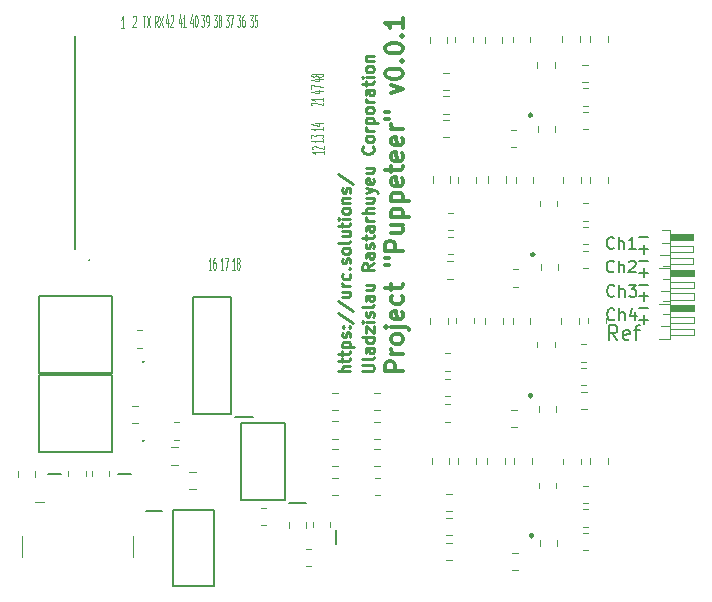
<source format=gbr>
%TF.GenerationSoftware,KiCad,Pcbnew,9.0.6*%
%TF.CreationDate,2025-12-28T18:42:45+01:00*%
%TF.ProjectId,scheme,73636865-6d65-42e6-9b69-6361645f7063,rev?*%
%TF.SameCoordinates,Original*%
%TF.FileFunction,Legend,Top*%
%TF.FilePolarity,Positive*%
%FSLAX46Y46*%
G04 Gerber Fmt 4.6, Leading zero omitted, Abs format (unit mm)*
G04 Created by KiCad (PCBNEW 9.0.6) date 2025-12-28 18:42:45*
%MOMM*%
%LPD*%
G01*
G04 APERTURE LIST*
%ADD10C,0.100000*%
%ADD11C,0.300000*%
%ADD12C,0.200000*%
%ADD13C,0.150000*%
%ADD14C,0.250000*%
%ADD15C,0.120000*%
G04 APERTURE END LIST*
D10*
X191396741Y-108472419D02*
X191111027Y-108472419D01*
X191253884Y-108472419D02*
X191253884Y-107472419D01*
X191253884Y-107472419D02*
X191206265Y-107615276D01*
X191206265Y-107615276D02*
X191158646Y-107710514D01*
X191158646Y-107710514D02*
X191111027Y-107758133D01*
X208272419Y-118879449D02*
X208272419Y-119108020D01*
X208272419Y-118993734D02*
X207272419Y-118993734D01*
X207272419Y-118993734D02*
X207415276Y-119031830D01*
X207415276Y-119031830D02*
X207510514Y-119069925D01*
X207510514Y-119069925D02*
X207558133Y-119108020D01*
X207367657Y-118727068D02*
X207320038Y-118708020D01*
X207320038Y-118708020D02*
X207272419Y-118669925D01*
X207272419Y-118669925D02*
X207272419Y-118574687D01*
X207272419Y-118574687D02*
X207320038Y-118536592D01*
X207320038Y-118536592D02*
X207367657Y-118517544D01*
X207367657Y-118517544D02*
X207462895Y-118498497D01*
X207462895Y-118498497D02*
X207558133Y-118498497D01*
X207558133Y-118498497D02*
X207700990Y-118517544D01*
X207700990Y-118517544D02*
X208272419Y-118746116D01*
X208272419Y-118746116D02*
X208272419Y-118498497D01*
X202022931Y-107372419D02*
X202270550Y-107372419D01*
X202270550Y-107372419D02*
X202137217Y-107753371D01*
X202137217Y-107753371D02*
X202194360Y-107753371D01*
X202194360Y-107753371D02*
X202232455Y-107800990D01*
X202232455Y-107800990D02*
X202251503Y-107848609D01*
X202251503Y-107848609D02*
X202270550Y-107943847D01*
X202270550Y-107943847D02*
X202270550Y-108181942D01*
X202270550Y-108181942D02*
X202251503Y-108277180D01*
X202251503Y-108277180D02*
X202232455Y-108324800D01*
X202232455Y-108324800D02*
X202194360Y-108372419D01*
X202194360Y-108372419D02*
X202080074Y-108372419D01*
X202080074Y-108372419D02*
X202041979Y-108324800D01*
X202041979Y-108324800D02*
X202022931Y-108277180D01*
X202632455Y-107372419D02*
X202441979Y-107372419D01*
X202441979Y-107372419D02*
X202422931Y-107848609D01*
X202422931Y-107848609D02*
X202441979Y-107800990D01*
X202441979Y-107800990D02*
X202480074Y-107753371D01*
X202480074Y-107753371D02*
X202575312Y-107753371D01*
X202575312Y-107753371D02*
X202613407Y-107800990D01*
X202613407Y-107800990D02*
X202632455Y-107848609D01*
X202632455Y-107848609D02*
X202651502Y-107943847D01*
X202651502Y-107943847D02*
X202651502Y-108181942D01*
X202651502Y-108181942D02*
X202632455Y-108277180D01*
X202632455Y-108277180D02*
X202613407Y-108324800D01*
X202613407Y-108324800D02*
X202575312Y-108372419D01*
X202575312Y-108372419D02*
X202480074Y-108372419D01*
X202480074Y-108372419D02*
X202441979Y-108324800D01*
X202441979Y-108324800D02*
X202422931Y-108277180D01*
X200972931Y-107372419D02*
X201220550Y-107372419D01*
X201220550Y-107372419D02*
X201087217Y-107753371D01*
X201087217Y-107753371D02*
X201144360Y-107753371D01*
X201144360Y-107753371D02*
X201182455Y-107800990D01*
X201182455Y-107800990D02*
X201201503Y-107848609D01*
X201201503Y-107848609D02*
X201220550Y-107943847D01*
X201220550Y-107943847D02*
X201220550Y-108181942D01*
X201220550Y-108181942D02*
X201201503Y-108277180D01*
X201201503Y-108277180D02*
X201182455Y-108324800D01*
X201182455Y-108324800D02*
X201144360Y-108372419D01*
X201144360Y-108372419D02*
X201030074Y-108372419D01*
X201030074Y-108372419D02*
X200991979Y-108324800D01*
X200991979Y-108324800D02*
X200972931Y-108277180D01*
X201563407Y-107372419D02*
X201487217Y-107372419D01*
X201487217Y-107372419D02*
X201449121Y-107420038D01*
X201449121Y-107420038D02*
X201430074Y-107467657D01*
X201430074Y-107467657D02*
X201391979Y-107610514D01*
X201391979Y-107610514D02*
X201372931Y-107800990D01*
X201372931Y-107800990D02*
X201372931Y-108181942D01*
X201372931Y-108181942D02*
X201391979Y-108277180D01*
X201391979Y-108277180D02*
X201411026Y-108324800D01*
X201411026Y-108324800D02*
X201449121Y-108372419D01*
X201449121Y-108372419D02*
X201525312Y-108372419D01*
X201525312Y-108372419D02*
X201563407Y-108324800D01*
X201563407Y-108324800D02*
X201582455Y-108277180D01*
X201582455Y-108277180D02*
X201601502Y-108181942D01*
X201601502Y-108181942D02*
X201601502Y-107943847D01*
X201601502Y-107943847D02*
X201582455Y-107848609D01*
X201582455Y-107848609D02*
X201563407Y-107800990D01*
X201563407Y-107800990D02*
X201525312Y-107753371D01*
X201525312Y-107753371D02*
X201449121Y-107753371D01*
X201449121Y-107753371D02*
X201411026Y-107800990D01*
X201411026Y-107800990D02*
X201391979Y-107848609D01*
X201391979Y-107848609D02*
X201372931Y-107943847D01*
X199972931Y-107372419D02*
X200220550Y-107372419D01*
X200220550Y-107372419D02*
X200087217Y-107753371D01*
X200087217Y-107753371D02*
X200144360Y-107753371D01*
X200144360Y-107753371D02*
X200182455Y-107800990D01*
X200182455Y-107800990D02*
X200201503Y-107848609D01*
X200201503Y-107848609D02*
X200220550Y-107943847D01*
X200220550Y-107943847D02*
X200220550Y-108181942D01*
X200220550Y-108181942D02*
X200201503Y-108277180D01*
X200201503Y-108277180D02*
X200182455Y-108324800D01*
X200182455Y-108324800D02*
X200144360Y-108372419D01*
X200144360Y-108372419D02*
X200030074Y-108372419D01*
X200030074Y-108372419D02*
X199991979Y-108324800D01*
X199991979Y-108324800D02*
X199972931Y-108277180D01*
X200353883Y-107372419D02*
X200620550Y-107372419D01*
X200620550Y-107372419D02*
X200449121Y-108372419D01*
X200770550Y-128922419D02*
X200541979Y-128922419D01*
X200656265Y-128922419D02*
X200656265Y-127922419D01*
X200656265Y-127922419D02*
X200618169Y-128065276D01*
X200618169Y-128065276D02*
X200580074Y-128160514D01*
X200580074Y-128160514D02*
X200541979Y-128208133D01*
X200999121Y-128350990D02*
X200961026Y-128303371D01*
X200961026Y-128303371D02*
X200941979Y-128255752D01*
X200941979Y-128255752D02*
X200922931Y-128160514D01*
X200922931Y-128160514D02*
X200922931Y-128112895D01*
X200922931Y-128112895D02*
X200941979Y-128017657D01*
X200941979Y-128017657D02*
X200961026Y-127970038D01*
X200961026Y-127970038D02*
X200999121Y-127922419D01*
X200999121Y-127922419D02*
X201075312Y-127922419D01*
X201075312Y-127922419D02*
X201113407Y-127970038D01*
X201113407Y-127970038D02*
X201132455Y-128017657D01*
X201132455Y-128017657D02*
X201151502Y-128112895D01*
X201151502Y-128112895D02*
X201151502Y-128160514D01*
X201151502Y-128160514D02*
X201132455Y-128255752D01*
X201132455Y-128255752D02*
X201113407Y-128303371D01*
X201113407Y-128303371D02*
X201075312Y-128350990D01*
X201075312Y-128350990D02*
X200999121Y-128350990D01*
X200999121Y-128350990D02*
X200961026Y-128398609D01*
X200961026Y-128398609D02*
X200941979Y-128446228D01*
X200941979Y-128446228D02*
X200922931Y-128541466D01*
X200922931Y-128541466D02*
X200922931Y-128731942D01*
X200922931Y-128731942D02*
X200941979Y-128827180D01*
X200941979Y-128827180D02*
X200961026Y-128874800D01*
X200961026Y-128874800D02*
X200999121Y-128922419D01*
X200999121Y-128922419D02*
X201075312Y-128922419D01*
X201075312Y-128922419D02*
X201113407Y-128874800D01*
X201113407Y-128874800D02*
X201132455Y-128827180D01*
X201132455Y-128827180D02*
X201151502Y-128731942D01*
X201151502Y-128731942D02*
X201151502Y-128541466D01*
X201151502Y-128541466D02*
X201132455Y-128446228D01*
X201132455Y-128446228D02*
X201113407Y-128398609D01*
X201113407Y-128398609D02*
X201075312Y-128350990D01*
X199770550Y-128922419D02*
X199541979Y-128922419D01*
X199656265Y-128922419D02*
X199656265Y-127922419D01*
X199656265Y-127922419D02*
X199618169Y-128065276D01*
X199618169Y-128065276D02*
X199580074Y-128160514D01*
X199580074Y-128160514D02*
X199541979Y-128208133D01*
X199903883Y-127922419D02*
X200170550Y-127922419D01*
X200170550Y-127922419D02*
X199999121Y-128922419D01*
X198770550Y-128922419D02*
X198541979Y-128922419D01*
X198656265Y-128922419D02*
X198656265Y-127922419D01*
X198656265Y-127922419D02*
X198618169Y-128065276D01*
X198618169Y-128065276D02*
X198580074Y-128160514D01*
X198580074Y-128160514D02*
X198541979Y-128208133D01*
X199113407Y-127922419D02*
X199037217Y-127922419D01*
X199037217Y-127922419D02*
X198999121Y-127970038D01*
X198999121Y-127970038D02*
X198980074Y-128017657D01*
X198980074Y-128017657D02*
X198941979Y-128160514D01*
X198941979Y-128160514D02*
X198922931Y-128350990D01*
X198922931Y-128350990D02*
X198922931Y-128731942D01*
X198922931Y-128731942D02*
X198941979Y-128827180D01*
X198941979Y-128827180D02*
X198961026Y-128874800D01*
X198961026Y-128874800D02*
X198999121Y-128922419D01*
X198999121Y-128922419D02*
X199075312Y-128922419D01*
X199075312Y-128922419D02*
X199113407Y-128874800D01*
X199113407Y-128874800D02*
X199132455Y-128827180D01*
X199132455Y-128827180D02*
X199151502Y-128731942D01*
X199151502Y-128731942D02*
X199151502Y-128493847D01*
X199151502Y-128493847D02*
X199132455Y-128398609D01*
X199132455Y-128398609D02*
X199113407Y-128350990D01*
X199113407Y-128350990D02*
X199075312Y-128303371D01*
X199075312Y-128303371D02*
X198999121Y-128303371D01*
X198999121Y-128303371D02*
X198961026Y-128350990D01*
X198961026Y-128350990D02*
X198941979Y-128398609D01*
X198941979Y-128398609D02*
X198922931Y-128493847D01*
X207555752Y-112767544D02*
X208222419Y-112767544D01*
X207174800Y-112862782D02*
X207889085Y-112958020D01*
X207889085Y-112958020D02*
X207889085Y-112710401D01*
X207650990Y-112500878D02*
X207603371Y-112538973D01*
X207603371Y-112538973D02*
X207555752Y-112558020D01*
X207555752Y-112558020D02*
X207460514Y-112577068D01*
X207460514Y-112577068D02*
X207412895Y-112577068D01*
X207412895Y-112577068D02*
X207317657Y-112558020D01*
X207317657Y-112558020D02*
X207270038Y-112538973D01*
X207270038Y-112538973D02*
X207222419Y-112500878D01*
X207222419Y-112500878D02*
X207222419Y-112424687D01*
X207222419Y-112424687D02*
X207270038Y-112386592D01*
X207270038Y-112386592D02*
X207317657Y-112367544D01*
X207317657Y-112367544D02*
X207412895Y-112348497D01*
X207412895Y-112348497D02*
X207460514Y-112348497D01*
X207460514Y-112348497D02*
X207555752Y-112367544D01*
X207555752Y-112367544D02*
X207603371Y-112386592D01*
X207603371Y-112386592D02*
X207650990Y-112424687D01*
X207650990Y-112424687D02*
X207650990Y-112500878D01*
X207650990Y-112500878D02*
X207698609Y-112538973D01*
X207698609Y-112538973D02*
X207746228Y-112558020D01*
X207746228Y-112558020D02*
X207841466Y-112577068D01*
X207841466Y-112577068D02*
X208031942Y-112577068D01*
X208031942Y-112577068D02*
X208127180Y-112558020D01*
X208127180Y-112558020D02*
X208174800Y-112538973D01*
X208174800Y-112538973D02*
X208222419Y-112500878D01*
X208222419Y-112500878D02*
X208222419Y-112424687D01*
X208222419Y-112424687D02*
X208174800Y-112386592D01*
X208174800Y-112386592D02*
X208127180Y-112367544D01*
X208127180Y-112367544D02*
X208031942Y-112348497D01*
X208031942Y-112348497D02*
X207841466Y-112348497D01*
X207841466Y-112348497D02*
X207746228Y-112367544D01*
X207746228Y-112367544D02*
X207698609Y-112386592D01*
X207698609Y-112386592D02*
X207650990Y-112424687D01*
X207555752Y-113767544D02*
X208222419Y-113767544D01*
X207174800Y-113862782D02*
X207889085Y-113958020D01*
X207889085Y-113958020D02*
X207889085Y-113710401D01*
X207222419Y-113596116D02*
X207222419Y-113329449D01*
X207222419Y-113329449D02*
X208222419Y-113500878D01*
X207317657Y-115008020D02*
X207270038Y-114988972D01*
X207270038Y-114988972D02*
X207222419Y-114950877D01*
X207222419Y-114950877D02*
X207222419Y-114855639D01*
X207222419Y-114855639D02*
X207270038Y-114817544D01*
X207270038Y-114817544D02*
X207317657Y-114798496D01*
X207317657Y-114798496D02*
X207412895Y-114779449D01*
X207412895Y-114779449D02*
X207508133Y-114779449D01*
X207508133Y-114779449D02*
X207650990Y-114798496D01*
X207650990Y-114798496D02*
X208222419Y-115027068D01*
X208222419Y-115027068D02*
X208222419Y-114779449D01*
X208222419Y-114398497D02*
X208222419Y-114627068D01*
X208222419Y-114512782D02*
X207222419Y-114512782D01*
X207222419Y-114512782D02*
X207365276Y-114550878D01*
X207365276Y-114550878D02*
X207460514Y-114588973D01*
X207460514Y-114588973D02*
X207508133Y-114627068D01*
X208222419Y-116879449D02*
X208222419Y-117108020D01*
X208222419Y-116993734D02*
X207222419Y-116993734D01*
X207222419Y-116993734D02*
X207365276Y-117031830D01*
X207365276Y-117031830D02*
X207460514Y-117069925D01*
X207460514Y-117069925D02*
X207508133Y-117108020D01*
X207555752Y-116536592D02*
X208222419Y-116536592D01*
X207174800Y-116631830D02*
X207889085Y-116727068D01*
X207889085Y-116727068D02*
X207889085Y-116479449D01*
X208222419Y-117879449D02*
X208222419Y-118108020D01*
X208222419Y-117993734D02*
X207222419Y-117993734D01*
X207222419Y-117993734D02*
X207365276Y-118031830D01*
X207365276Y-118031830D02*
X207460514Y-118069925D01*
X207460514Y-118069925D02*
X207508133Y-118108020D01*
X207222419Y-117746116D02*
X207222419Y-117498497D01*
X207222419Y-117498497D02*
X207603371Y-117631830D01*
X207603371Y-117631830D02*
X207603371Y-117574687D01*
X207603371Y-117574687D02*
X207650990Y-117536592D01*
X207650990Y-117536592D02*
X207698609Y-117517544D01*
X207698609Y-117517544D02*
X207793847Y-117498497D01*
X207793847Y-117498497D02*
X208031942Y-117498497D01*
X208031942Y-117498497D02*
X208127180Y-117517544D01*
X208127180Y-117517544D02*
X208174800Y-117536592D01*
X208174800Y-117536592D02*
X208222419Y-117574687D01*
X208222419Y-117574687D02*
X208222419Y-117688973D01*
X208222419Y-117688973D02*
X208174800Y-117727068D01*
X208174800Y-117727068D02*
X208127180Y-117746116D01*
X198972931Y-107372419D02*
X199220550Y-107372419D01*
X199220550Y-107372419D02*
X199087217Y-107753371D01*
X199087217Y-107753371D02*
X199144360Y-107753371D01*
X199144360Y-107753371D02*
X199182455Y-107800990D01*
X199182455Y-107800990D02*
X199201503Y-107848609D01*
X199201503Y-107848609D02*
X199220550Y-107943847D01*
X199220550Y-107943847D02*
X199220550Y-108181942D01*
X199220550Y-108181942D02*
X199201503Y-108277180D01*
X199201503Y-108277180D02*
X199182455Y-108324800D01*
X199182455Y-108324800D02*
X199144360Y-108372419D01*
X199144360Y-108372419D02*
X199030074Y-108372419D01*
X199030074Y-108372419D02*
X198991979Y-108324800D01*
X198991979Y-108324800D02*
X198972931Y-108277180D01*
X199449121Y-107800990D02*
X199411026Y-107753371D01*
X199411026Y-107753371D02*
X199391979Y-107705752D01*
X199391979Y-107705752D02*
X199372931Y-107610514D01*
X199372931Y-107610514D02*
X199372931Y-107562895D01*
X199372931Y-107562895D02*
X199391979Y-107467657D01*
X199391979Y-107467657D02*
X199411026Y-107420038D01*
X199411026Y-107420038D02*
X199449121Y-107372419D01*
X199449121Y-107372419D02*
X199525312Y-107372419D01*
X199525312Y-107372419D02*
X199563407Y-107420038D01*
X199563407Y-107420038D02*
X199582455Y-107467657D01*
X199582455Y-107467657D02*
X199601502Y-107562895D01*
X199601502Y-107562895D02*
X199601502Y-107610514D01*
X199601502Y-107610514D02*
X199582455Y-107705752D01*
X199582455Y-107705752D02*
X199563407Y-107753371D01*
X199563407Y-107753371D02*
X199525312Y-107800990D01*
X199525312Y-107800990D02*
X199449121Y-107800990D01*
X199449121Y-107800990D02*
X199411026Y-107848609D01*
X199411026Y-107848609D02*
X199391979Y-107896228D01*
X199391979Y-107896228D02*
X199372931Y-107991466D01*
X199372931Y-107991466D02*
X199372931Y-108181942D01*
X199372931Y-108181942D02*
X199391979Y-108277180D01*
X199391979Y-108277180D02*
X199411026Y-108324800D01*
X199411026Y-108324800D02*
X199449121Y-108372419D01*
X199449121Y-108372419D02*
X199525312Y-108372419D01*
X199525312Y-108372419D02*
X199563407Y-108324800D01*
X199563407Y-108324800D02*
X199582455Y-108277180D01*
X199582455Y-108277180D02*
X199601502Y-108181942D01*
X199601502Y-108181942D02*
X199601502Y-107991466D01*
X199601502Y-107991466D02*
X199582455Y-107896228D01*
X199582455Y-107896228D02*
X199563407Y-107848609D01*
X199563407Y-107848609D02*
X199525312Y-107800990D01*
X197922931Y-107372419D02*
X198170550Y-107372419D01*
X198170550Y-107372419D02*
X198037217Y-107753371D01*
X198037217Y-107753371D02*
X198094360Y-107753371D01*
X198094360Y-107753371D02*
X198132455Y-107800990D01*
X198132455Y-107800990D02*
X198151503Y-107848609D01*
X198151503Y-107848609D02*
X198170550Y-107943847D01*
X198170550Y-107943847D02*
X198170550Y-108181942D01*
X198170550Y-108181942D02*
X198151503Y-108277180D01*
X198151503Y-108277180D02*
X198132455Y-108324800D01*
X198132455Y-108324800D02*
X198094360Y-108372419D01*
X198094360Y-108372419D02*
X197980074Y-108372419D01*
X197980074Y-108372419D02*
X197941979Y-108324800D01*
X197941979Y-108324800D02*
X197922931Y-108277180D01*
X198361026Y-108372419D02*
X198437217Y-108372419D01*
X198437217Y-108372419D02*
X198475312Y-108324800D01*
X198475312Y-108324800D02*
X198494360Y-108277180D01*
X198494360Y-108277180D02*
X198532455Y-108134323D01*
X198532455Y-108134323D02*
X198551502Y-107943847D01*
X198551502Y-107943847D02*
X198551502Y-107562895D01*
X198551502Y-107562895D02*
X198532455Y-107467657D01*
X198532455Y-107467657D02*
X198513407Y-107420038D01*
X198513407Y-107420038D02*
X198475312Y-107372419D01*
X198475312Y-107372419D02*
X198399121Y-107372419D01*
X198399121Y-107372419D02*
X198361026Y-107420038D01*
X198361026Y-107420038D02*
X198341979Y-107467657D01*
X198341979Y-107467657D02*
X198322931Y-107562895D01*
X198322931Y-107562895D02*
X198322931Y-107800990D01*
X198322931Y-107800990D02*
X198341979Y-107896228D01*
X198341979Y-107896228D02*
X198361026Y-107943847D01*
X198361026Y-107943847D02*
X198399121Y-107991466D01*
X198399121Y-107991466D02*
X198475312Y-107991466D01*
X198475312Y-107991466D02*
X198513407Y-107943847D01*
X198513407Y-107943847D02*
X198532455Y-107896228D01*
X198532455Y-107896228D02*
X198551502Y-107800990D01*
X197182455Y-107705752D02*
X197182455Y-108372419D01*
X197087217Y-107324800D02*
X196991979Y-108039085D01*
X196991979Y-108039085D02*
X197239598Y-108039085D01*
X197468169Y-107372419D02*
X197506264Y-107372419D01*
X197506264Y-107372419D02*
X197544360Y-107420038D01*
X197544360Y-107420038D02*
X197563407Y-107467657D01*
X197563407Y-107467657D02*
X197582455Y-107562895D01*
X197582455Y-107562895D02*
X197601502Y-107753371D01*
X197601502Y-107753371D02*
X197601502Y-107991466D01*
X197601502Y-107991466D02*
X197582455Y-108181942D01*
X197582455Y-108181942D02*
X197563407Y-108277180D01*
X197563407Y-108277180D02*
X197544360Y-108324800D01*
X197544360Y-108324800D02*
X197506264Y-108372419D01*
X197506264Y-108372419D02*
X197468169Y-108372419D01*
X197468169Y-108372419D02*
X197430074Y-108324800D01*
X197430074Y-108324800D02*
X197411026Y-108277180D01*
X197411026Y-108277180D02*
X197391979Y-108181942D01*
X197391979Y-108181942D02*
X197372931Y-107991466D01*
X197372931Y-107991466D02*
X197372931Y-107753371D01*
X197372931Y-107753371D02*
X197391979Y-107562895D01*
X197391979Y-107562895D02*
X197411026Y-107467657D01*
X197411026Y-107467657D02*
X197430074Y-107420038D01*
X197430074Y-107420038D02*
X197468169Y-107372419D01*
X196182455Y-107705752D02*
X196182455Y-108372419D01*
X196087217Y-107324800D02*
X195991979Y-108039085D01*
X195991979Y-108039085D02*
X196239598Y-108039085D01*
X196601502Y-108372419D02*
X196372931Y-108372419D01*
X196487217Y-108372419D02*
X196487217Y-107372419D01*
X196487217Y-107372419D02*
X196449121Y-107515276D01*
X196449121Y-107515276D02*
X196411026Y-107610514D01*
X196411026Y-107610514D02*
X196372931Y-107658133D01*
X195132455Y-107705752D02*
X195132455Y-108372419D01*
X195037217Y-107324800D02*
X194941979Y-108039085D01*
X194941979Y-108039085D02*
X195189598Y-108039085D01*
X195322931Y-107467657D02*
X195341979Y-107420038D01*
X195341979Y-107420038D02*
X195380074Y-107372419D01*
X195380074Y-107372419D02*
X195475312Y-107372419D01*
X195475312Y-107372419D02*
X195513407Y-107420038D01*
X195513407Y-107420038D02*
X195532455Y-107467657D01*
X195532455Y-107467657D02*
X195551502Y-107562895D01*
X195551502Y-107562895D02*
X195551502Y-107658133D01*
X195551502Y-107658133D02*
X195532455Y-107800990D01*
X195532455Y-107800990D02*
X195303883Y-108372419D01*
X195303883Y-108372419D02*
X195551502Y-108372419D01*
X194239598Y-108422419D02*
X194106265Y-107946228D01*
X194011027Y-108422419D02*
X194011027Y-107422419D01*
X194011027Y-107422419D02*
X194163408Y-107422419D01*
X194163408Y-107422419D02*
X194201503Y-107470038D01*
X194201503Y-107470038D02*
X194220550Y-107517657D01*
X194220550Y-107517657D02*
X194239598Y-107612895D01*
X194239598Y-107612895D02*
X194239598Y-107755752D01*
X194239598Y-107755752D02*
X194220550Y-107850990D01*
X194220550Y-107850990D02*
X194201503Y-107898609D01*
X194201503Y-107898609D02*
X194163408Y-107946228D01*
X194163408Y-107946228D02*
X194011027Y-107946228D01*
X194372931Y-107422419D02*
X194639598Y-108422419D01*
X194639598Y-107422419D02*
X194372931Y-108422419D01*
X192953884Y-107422419D02*
X193182455Y-107422419D01*
X193068169Y-108422419D02*
X193068169Y-107422419D01*
X193277693Y-107422419D02*
X193544360Y-108422419D01*
X193544360Y-107422419D02*
X193277693Y-108422419D01*
X192111027Y-107517657D02*
X192134836Y-107470038D01*
X192134836Y-107470038D02*
X192182455Y-107422419D01*
X192182455Y-107422419D02*
X192301503Y-107422419D01*
X192301503Y-107422419D02*
X192349122Y-107470038D01*
X192349122Y-107470038D02*
X192372931Y-107517657D01*
X192372931Y-107517657D02*
X192396741Y-107612895D01*
X192396741Y-107612895D02*
X192396741Y-107708133D01*
X192396741Y-107708133D02*
X192372931Y-107850990D01*
X192372931Y-107850990D02*
X192087217Y-108422419D01*
X192087217Y-108422419D02*
X192396741Y-108422419D01*
D11*
X215000828Y-137545489D02*
X213500828Y-137545489D01*
X213500828Y-137545489D02*
X213500828Y-136974060D01*
X213500828Y-136974060D02*
X213572257Y-136831203D01*
X213572257Y-136831203D02*
X213643685Y-136759774D01*
X213643685Y-136759774D02*
X213786542Y-136688346D01*
X213786542Y-136688346D02*
X214000828Y-136688346D01*
X214000828Y-136688346D02*
X214143685Y-136759774D01*
X214143685Y-136759774D02*
X214215114Y-136831203D01*
X214215114Y-136831203D02*
X214286542Y-136974060D01*
X214286542Y-136974060D02*
X214286542Y-137545489D01*
X215000828Y-136045489D02*
X214000828Y-136045489D01*
X214286542Y-136045489D02*
X214143685Y-135974060D01*
X214143685Y-135974060D02*
X214072257Y-135902632D01*
X214072257Y-135902632D02*
X214000828Y-135759774D01*
X214000828Y-135759774D02*
X214000828Y-135616917D01*
X215000828Y-134902632D02*
X214929400Y-135045489D01*
X214929400Y-135045489D02*
X214857971Y-135116918D01*
X214857971Y-135116918D02*
X214715114Y-135188346D01*
X214715114Y-135188346D02*
X214286542Y-135188346D01*
X214286542Y-135188346D02*
X214143685Y-135116918D01*
X214143685Y-135116918D02*
X214072257Y-135045489D01*
X214072257Y-135045489D02*
X214000828Y-134902632D01*
X214000828Y-134902632D02*
X214000828Y-134688346D01*
X214000828Y-134688346D02*
X214072257Y-134545489D01*
X214072257Y-134545489D02*
X214143685Y-134474061D01*
X214143685Y-134474061D02*
X214286542Y-134402632D01*
X214286542Y-134402632D02*
X214715114Y-134402632D01*
X214715114Y-134402632D02*
X214857971Y-134474061D01*
X214857971Y-134474061D02*
X214929400Y-134545489D01*
X214929400Y-134545489D02*
X215000828Y-134688346D01*
X215000828Y-134688346D02*
X215000828Y-134902632D01*
X214000828Y-133759775D02*
X215286542Y-133759775D01*
X215286542Y-133759775D02*
X215429400Y-133831203D01*
X215429400Y-133831203D02*
X215500828Y-133974060D01*
X215500828Y-133974060D02*
X215500828Y-134045489D01*
X213500828Y-133759775D02*
X213572257Y-133831203D01*
X213572257Y-133831203D02*
X213643685Y-133759775D01*
X213643685Y-133759775D02*
X213572257Y-133688346D01*
X213572257Y-133688346D02*
X213500828Y-133759775D01*
X213500828Y-133759775D02*
X213643685Y-133759775D01*
X214929400Y-132474060D02*
X215000828Y-132616917D01*
X215000828Y-132616917D02*
X215000828Y-132902632D01*
X215000828Y-132902632D02*
X214929400Y-133045489D01*
X214929400Y-133045489D02*
X214786542Y-133116917D01*
X214786542Y-133116917D02*
X214215114Y-133116917D01*
X214215114Y-133116917D02*
X214072257Y-133045489D01*
X214072257Y-133045489D02*
X214000828Y-132902632D01*
X214000828Y-132902632D02*
X214000828Y-132616917D01*
X214000828Y-132616917D02*
X214072257Y-132474060D01*
X214072257Y-132474060D02*
X214215114Y-132402632D01*
X214215114Y-132402632D02*
X214357971Y-132402632D01*
X214357971Y-132402632D02*
X214500828Y-133116917D01*
X214929400Y-131116918D02*
X215000828Y-131259775D01*
X215000828Y-131259775D02*
X215000828Y-131545489D01*
X215000828Y-131545489D02*
X214929400Y-131688346D01*
X214929400Y-131688346D02*
X214857971Y-131759775D01*
X214857971Y-131759775D02*
X214715114Y-131831203D01*
X214715114Y-131831203D02*
X214286542Y-131831203D01*
X214286542Y-131831203D02*
X214143685Y-131759775D01*
X214143685Y-131759775D02*
X214072257Y-131688346D01*
X214072257Y-131688346D02*
X214000828Y-131545489D01*
X214000828Y-131545489D02*
X214000828Y-131259775D01*
X214000828Y-131259775D02*
X214072257Y-131116918D01*
X214000828Y-130688346D02*
X214000828Y-130116918D01*
X213500828Y-130474061D02*
X214786542Y-130474061D01*
X214786542Y-130474061D02*
X214929400Y-130402632D01*
X214929400Y-130402632D02*
X215000828Y-130259775D01*
X215000828Y-130259775D02*
X215000828Y-130116918D01*
X213500828Y-128545489D02*
X213786542Y-128545489D01*
X213500828Y-127974061D02*
X213786542Y-127974061D01*
X215000828Y-127331204D02*
X213500828Y-127331204D01*
X213500828Y-127331204D02*
X213500828Y-126759775D01*
X213500828Y-126759775D02*
X213572257Y-126616918D01*
X213572257Y-126616918D02*
X213643685Y-126545489D01*
X213643685Y-126545489D02*
X213786542Y-126474061D01*
X213786542Y-126474061D02*
X214000828Y-126474061D01*
X214000828Y-126474061D02*
X214143685Y-126545489D01*
X214143685Y-126545489D02*
X214215114Y-126616918D01*
X214215114Y-126616918D02*
X214286542Y-126759775D01*
X214286542Y-126759775D02*
X214286542Y-127331204D01*
X214000828Y-125188347D02*
X215000828Y-125188347D01*
X214000828Y-125831204D02*
X214786542Y-125831204D01*
X214786542Y-125831204D02*
X214929400Y-125759775D01*
X214929400Y-125759775D02*
X215000828Y-125616918D01*
X215000828Y-125616918D02*
X215000828Y-125402632D01*
X215000828Y-125402632D02*
X214929400Y-125259775D01*
X214929400Y-125259775D02*
X214857971Y-125188347D01*
X214000828Y-124474061D02*
X215500828Y-124474061D01*
X214072257Y-124474061D02*
X214000828Y-124331204D01*
X214000828Y-124331204D02*
X214000828Y-124045489D01*
X214000828Y-124045489D02*
X214072257Y-123902632D01*
X214072257Y-123902632D02*
X214143685Y-123831204D01*
X214143685Y-123831204D02*
X214286542Y-123759775D01*
X214286542Y-123759775D02*
X214715114Y-123759775D01*
X214715114Y-123759775D02*
X214857971Y-123831204D01*
X214857971Y-123831204D02*
X214929400Y-123902632D01*
X214929400Y-123902632D02*
X215000828Y-124045489D01*
X215000828Y-124045489D02*
X215000828Y-124331204D01*
X215000828Y-124331204D02*
X214929400Y-124474061D01*
X214000828Y-123116918D02*
X215500828Y-123116918D01*
X214072257Y-123116918D02*
X214000828Y-122974061D01*
X214000828Y-122974061D02*
X214000828Y-122688346D01*
X214000828Y-122688346D02*
X214072257Y-122545489D01*
X214072257Y-122545489D02*
X214143685Y-122474061D01*
X214143685Y-122474061D02*
X214286542Y-122402632D01*
X214286542Y-122402632D02*
X214715114Y-122402632D01*
X214715114Y-122402632D02*
X214857971Y-122474061D01*
X214857971Y-122474061D02*
X214929400Y-122545489D01*
X214929400Y-122545489D02*
X215000828Y-122688346D01*
X215000828Y-122688346D02*
X215000828Y-122974061D01*
X215000828Y-122974061D02*
X214929400Y-123116918D01*
X214929400Y-121188346D02*
X215000828Y-121331203D01*
X215000828Y-121331203D02*
X215000828Y-121616918D01*
X215000828Y-121616918D02*
X214929400Y-121759775D01*
X214929400Y-121759775D02*
X214786542Y-121831203D01*
X214786542Y-121831203D02*
X214215114Y-121831203D01*
X214215114Y-121831203D02*
X214072257Y-121759775D01*
X214072257Y-121759775D02*
X214000828Y-121616918D01*
X214000828Y-121616918D02*
X214000828Y-121331203D01*
X214000828Y-121331203D02*
X214072257Y-121188346D01*
X214072257Y-121188346D02*
X214215114Y-121116918D01*
X214215114Y-121116918D02*
X214357971Y-121116918D01*
X214357971Y-121116918D02*
X214500828Y-121831203D01*
X214000828Y-120688346D02*
X214000828Y-120116918D01*
X213500828Y-120474061D02*
X214786542Y-120474061D01*
X214786542Y-120474061D02*
X214929400Y-120402632D01*
X214929400Y-120402632D02*
X215000828Y-120259775D01*
X215000828Y-120259775D02*
X215000828Y-120116918D01*
X214929400Y-119045489D02*
X215000828Y-119188346D01*
X215000828Y-119188346D02*
X215000828Y-119474061D01*
X215000828Y-119474061D02*
X214929400Y-119616918D01*
X214929400Y-119616918D02*
X214786542Y-119688346D01*
X214786542Y-119688346D02*
X214215114Y-119688346D01*
X214215114Y-119688346D02*
X214072257Y-119616918D01*
X214072257Y-119616918D02*
X214000828Y-119474061D01*
X214000828Y-119474061D02*
X214000828Y-119188346D01*
X214000828Y-119188346D02*
X214072257Y-119045489D01*
X214072257Y-119045489D02*
X214215114Y-118974061D01*
X214215114Y-118974061D02*
X214357971Y-118974061D01*
X214357971Y-118974061D02*
X214500828Y-119688346D01*
X214929400Y-117759775D02*
X215000828Y-117902632D01*
X215000828Y-117902632D02*
X215000828Y-118188347D01*
X215000828Y-118188347D02*
X214929400Y-118331204D01*
X214929400Y-118331204D02*
X214786542Y-118402632D01*
X214786542Y-118402632D02*
X214215114Y-118402632D01*
X214215114Y-118402632D02*
X214072257Y-118331204D01*
X214072257Y-118331204D02*
X214000828Y-118188347D01*
X214000828Y-118188347D02*
X214000828Y-117902632D01*
X214000828Y-117902632D02*
X214072257Y-117759775D01*
X214072257Y-117759775D02*
X214215114Y-117688347D01*
X214215114Y-117688347D02*
X214357971Y-117688347D01*
X214357971Y-117688347D02*
X214500828Y-118402632D01*
X215000828Y-117045490D02*
X214000828Y-117045490D01*
X214286542Y-117045490D02*
X214143685Y-116974061D01*
X214143685Y-116974061D02*
X214072257Y-116902633D01*
X214072257Y-116902633D02*
X214000828Y-116759775D01*
X214000828Y-116759775D02*
X214000828Y-116616918D01*
X213500828Y-116188347D02*
X213786542Y-116188347D01*
X213500828Y-115616919D02*
X213786542Y-115616919D01*
X214000828Y-113974062D02*
X215000828Y-113616919D01*
X215000828Y-113616919D02*
X214000828Y-113259776D01*
X213500828Y-112402633D02*
X213500828Y-112259776D01*
X213500828Y-112259776D02*
X213572257Y-112116919D01*
X213572257Y-112116919D02*
X213643685Y-112045491D01*
X213643685Y-112045491D02*
X213786542Y-111974062D01*
X213786542Y-111974062D02*
X214072257Y-111902633D01*
X214072257Y-111902633D02*
X214429400Y-111902633D01*
X214429400Y-111902633D02*
X214715114Y-111974062D01*
X214715114Y-111974062D02*
X214857971Y-112045491D01*
X214857971Y-112045491D02*
X214929400Y-112116919D01*
X214929400Y-112116919D02*
X215000828Y-112259776D01*
X215000828Y-112259776D02*
X215000828Y-112402633D01*
X215000828Y-112402633D02*
X214929400Y-112545491D01*
X214929400Y-112545491D02*
X214857971Y-112616919D01*
X214857971Y-112616919D02*
X214715114Y-112688348D01*
X214715114Y-112688348D02*
X214429400Y-112759776D01*
X214429400Y-112759776D02*
X214072257Y-112759776D01*
X214072257Y-112759776D02*
X213786542Y-112688348D01*
X213786542Y-112688348D02*
X213643685Y-112616919D01*
X213643685Y-112616919D02*
X213572257Y-112545491D01*
X213572257Y-112545491D02*
X213500828Y-112402633D01*
X214857971Y-111259777D02*
X214929400Y-111188348D01*
X214929400Y-111188348D02*
X215000828Y-111259777D01*
X215000828Y-111259777D02*
X214929400Y-111331205D01*
X214929400Y-111331205D02*
X214857971Y-111259777D01*
X214857971Y-111259777D02*
X215000828Y-111259777D01*
X213500828Y-110259776D02*
X213500828Y-110116919D01*
X213500828Y-110116919D02*
X213572257Y-109974062D01*
X213572257Y-109974062D02*
X213643685Y-109902634D01*
X213643685Y-109902634D02*
X213786542Y-109831205D01*
X213786542Y-109831205D02*
X214072257Y-109759776D01*
X214072257Y-109759776D02*
X214429400Y-109759776D01*
X214429400Y-109759776D02*
X214715114Y-109831205D01*
X214715114Y-109831205D02*
X214857971Y-109902634D01*
X214857971Y-109902634D02*
X214929400Y-109974062D01*
X214929400Y-109974062D02*
X215000828Y-110116919D01*
X215000828Y-110116919D02*
X215000828Y-110259776D01*
X215000828Y-110259776D02*
X214929400Y-110402634D01*
X214929400Y-110402634D02*
X214857971Y-110474062D01*
X214857971Y-110474062D02*
X214715114Y-110545491D01*
X214715114Y-110545491D02*
X214429400Y-110616919D01*
X214429400Y-110616919D02*
X214072257Y-110616919D01*
X214072257Y-110616919D02*
X213786542Y-110545491D01*
X213786542Y-110545491D02*
X213643685Y-110474062D01*
X213643685Y-110474062D02*
X213572257Y-110402634D01*
X213572257Y-110402634D02*
X213500828Y-110259776D01*
X214857971Y-109116920D02*
X214929400Y-109045491D01*
X214929400Y-109045491D02*
X215000828Y-109116920D01*
X215000828Y-109116920D02*
X214929400Y-109188348D01*
X214929400Y-109188348D02*
X214857971Y-109116920D01*
X214857971Y-109116920D02*
X215000828Y-109116920D01*
X215000828Y-107616919D02*
X215000828Y-108474062D01*
X215000828Y-108045491D02*
X213500828Y-108045491D01*
X213500828Y-108045491D02*
X213715114Y-108188348D01*
X213715114Y-108188348D02*
X213857971Y-108331205D01*
X213857971Y-108331205D02*
X213929400Y-108474062D01*
D12*
X232891101Y-131121980D02*
X232843482Y-131169600D01*
X232843482Y-131169600D02*
X232700625Y-131217219D01*
X232700625Y-131217219D02*
X232605387Y-131217219D01*
X232605387Y-131217219D02*
X232462530Y-131169600D01*
X232462530Y-131169600D02*
X232367292Y-131074361D01*
X232367292Y-131074361D02*
X232319673Y-130979123D01*
X232319673Y-130979123D02*
X232272054Y-130788647D01*
X232272054Y-130788647D02*
X232272054Y-130645790D01*
X232272054Y-130645790D02*
X232319673Y-130455314D01*
X232319673Y-130455314D02*
X232367292Y-130360076D01*
X232367292Y-130360076D02*
X232462530Y-130264838D01*
X232462530Y-130264838D02*
X232605387Y-130217219D01*
X232605387Y-130217219D02*
X232700625Y-130217219D01*
X232700625Y-130217219D02*
X232843482Y-130264838D01*
X232843482Y-130264838D02*
X232891101Y-130312457D01*
X233319673Y-131217219D02*
X233319673Y-130217219D01*
X233748244Y-131217219D02*
X233748244Y-130693409D01*
X233748244Y-130693409D02*
X233700625Y-130598171D01*
X233700625Y-130598171D02*
X233605387Y-130550552D01*
X233605387Y-130550552D02*
X233462530Y-130550552D01*
X233462530Y-130550552D02*
X233367292Y-130598171D01*
X233367292Y-130598171D02*
X233319673Y-130645790D01*
X234129197Y-130217219D02*
X234748244Y-130217219D01*
X234748244Y-130217219D02*
X234414911Y-130598171D01*
X234414911Y-130598171D02*
X234557768Y-130598171D01*
X234557768Y-130598171D02*
X234653006Y-130645790D01*
X234653006Y-130645790D02*
X234700625Y-130693409D01*
X234700625Y-130693409D02*
X234748244Y-130788647D01*
X234748244Y-130788647D02*
X234748244Y-131026742D01*
X234748244Y-131026742D02*
X234700625Y-131121980D01*
X234700625Y-131121980D02*
X234653006Y-131169600D01*
X234653006Y-131169600D02*
X234557768Y-131217219D01*
X234557768Y-131217219D02*
X234272054Y-131217219D01*
X234272054Y-131217219D02*
X234176816Y-131169600D01*
X234176816Y-131169600D02*
X234129197Y-131121980D01*
D13*
X234986779Y-127188866D02*
X235748684Y-127188866D01*
X235367731Y-127569819D02*
X235367731Y-126807914D01*
D12*
X232841101Y-127071980D02*
X232793482Y-127119600D01*
X232793482Y-127119600D02*
X232650625Y-127167219D01*
X232650625Y-127167219D02*
X232555387Y-127167219D01*
X232555387Y-127167219D02*
X232412530Y-127119600D01*
X232412530Y-127119600D02*
X232317292Y-127024361D01*
X232317292Y-127024361D02*
X232269673Y-126929123D01*
X232269673Y-126929123D02*
X232222054Y-126738647D01*
X232222054Y-126738647D02*
X232222054Y-126595790D01*
X232222054Y-126595790D02*
X232269673Y-126405314D01*
X232269673Y-126405314D02*
X232317292Y-126310076D01*
X232317292Y-126310076D02*
X232412530Y-126214838D01*
X232412530Y-126214838D02*
X232555387Y-126167219D01*
X232555387Y-126167219D02*
X232650625Y-126167219D01*
X232650625Y-126167219D02*
X232793482Y-126214838D01*
X232793482Y-126214838D02*
X232841101Y-126262457D01*
X233269673Y-127167219D02*
X233269673Y-126167219D01*
X233698244Y-127167219D02*
X233698244Y-126643409D01*
X233698244Y-126643409D02*
X233650625Y-126548171D01*
X233650625Y-126548171D02*
X233555387Y-126500552D01*
X233555387Y-126500552D02*
X233412530Y-126500552D01*
X233412530Y-126500552D02*
X233317292Y-126548171D01*
X233317292Y-126548171D02*
X233269673Y-126595790D01*
X234698244Y-127167219D02*
X234126816Y-127167219D01*
X234412530Y-127167219D02*
X234412530Y-126167219D01*
X234412530Y-126167219D02*
X234317292Y-126310076D01*
X234317292Y-126310076D02*
X234222054Y-126405314D01*
X234222054Y-126405314D02*
X234126816Y-126452933D01*
X232841101Y-129071980D02*
X232793482Y-129119600D01*
X232793482Y-129119600D02*
X232650625Y-129167219D01*
X232650625Y-129167219D02*
X232555387Y-129167219D01*
X232555387Y-129167219D02*
X232412530Y-129119600D01*
X232412530Y-129119600D02*
X232317292Y-129024361D01*
X232317292Y-129024361D02*
X232269673Y-128929123D01*
X232269673Y-128929123D02*
X232222054Y-128738647D01*
X232222054Y-128738647D02*
X232222054Y-128595790D01*
X232222054Y-128595790D02*
X232269673Y-128405314D01*
X232269673Y-128405314D02*
X232317292Y-128310076D01*
X232317292Y-128310076D02*
X232412530Y-128214838D01*
X232412530Y-128214838D02*
X232555387Y-128167219D01*
X232555387Y-128167219D02*
X232650625Y-128167219D01*
X232650625Y-128167219D02*
X232793482Y-128214838D01*
X232793482Y-128214838D02*
X232841101Y-128262457D01*
X233269673Y-129167219D02*
X233269673Y-128167219D01*
X233698244Y-129167219D02*
X233698244Y-128643409D01*
X233698244Y-128643409D02*
X233650625Y-128548171D01*
X233650625Y-128548171D02*
X233555387Y-128500552D01*
X233555387Y-128500552D02*
X233412530Y-128500552D01*
X233412530Y-128500552D02*
X233317292Y-128548171D01*
X233317292Y-128548171D02*
X233269673Y-128595790D01*
X234126816Y-128262457D02*
X234174435Y-128214838D01*
X234174435Y-128214838D02*
X234269673Y-128167219D01*
X234269673Y-128167219D02*
X234507768Y-128167219D01*
X234507768Y-128167219D02*
X234603006Y-128214838D01*
X234603006Y-128214838D02*
X234650625Y-128262457D01*
X234650625Y-128262457D02*
X234698244Y-128357695D01*
X234698244Y-128357695D02*
X234698244Y-128452933D01*
X234698244Y-128452933D02*
X234650625Y-128595790D01*
X234650625Y-128595790D02*
X234079197Y-129167219D01*
X234079197Y-129167219D02*
X234698244Y-129167219D01*
D13*
X234986779Y-133188866D02*
X235748684Y-133188866D01*
X235367731Y-133569819D02*
X235367731Y-132807914D01*
X234986779Y-132188866D02*
X235748684Y-132188866D01*
D12*
X233143482Y-134886623D02*
X232726816Y-134291385D01*
X232429197Y-134886623D02*
X232429197Y-133636623D01*
X232429197Y-133636623D02*
X232905387Y-133636623D01*
X232905387Y-133636623D02*
X233024435Y-133696147D01*
X233024435Y-133696147D02*
X233083958Y-133755671D01*
X233083958Y-133755671D02*
X233143482Y-133874719D01*
X233143482Y-133874719D02*
X233143482Y-134053290D01*
X233143482Y-134053290D02*
X233083958Y-134172338D01*
X233083958Y-134172338D02*
X233024435Y-134231861D01*
X233024435Y-134231861D02*
X232905387Y-134291385D01*
X232905387Y-134291385D02*
X232429197Y-134291385D01*
X234155387Y-134827100D02*
X234036339Y-134886623D01*
X234036339Y-134886623D02*
X233798244Y-134886623D01*
X233798244Y-134886623D02*
X233679197Y-134827100D01*
X233679197Y-134827100D02*
X233619673Y-134708052D01*
X233619673Y-134708052D02*
X233619673Y-134231861D01*
X233619673Y-134231861D02*
X233679197Y-134112814D01*
X233679197Y-134112814D02*
X233798244Y-134053290D01*
X233798244Y-134053290D02*
X234036339Y-134053290D01*
X234036339Y-134053290D02*
X234155387Y-134112814D01*
X234155387Y-134112814D02*
X234214911Y-134231861D01*
X234214911Y-134231861D02*
X234214911Y-134350909D01*
X234214911Y-134350909D02*
X233619673Y-134469957D01*
X234572054Y-134053290D02*
X235048245Y-134053290D01*
X234750626Y-134886623D02*
X234750626Y-133815195D01*
X234750626Y-133815195D02*
X234810149Y-133696147D01*
X234810149Y-133696147D02*
X234929197Y-133636623D01*
X234929197Y-133636623D02*
X235048245Y-133636623D01*
D13*
X234986779Y-129188866D02*
X235748684Y-129188866D01*
X235367731Y-129569819D02*
X235367731Y-128807914D01*
D14*
X211514619Y-137547431D02*
X212324142Y-137547431D01*
X212324142Y-137547431D02*
X212419380Y-137499812D01*
X212419380Y-137499812D02*
X212467000Y-137452193D01*
X212467000Y-137452193D02*
X212514619Y-137356955D01*
X212514619Y-137356955D02*
X212514619Y-137166479D01*
X212514619Y-137166479D02*
X212467000Y-137071241D01*
X212467000Y-137071241D02*
X212419380Y-137023622D01*
X212419380Y-137023622D02*
X212324142Y-136976003D01*
X212324142Y-136976003D02*
X211514619Y-136976003D01*
X212514619Y-136356955D02*
X212467000Y-136452193D01*
X212467000Y-136452193D02*
X212371761Y-136499812D01*
X212371761Y-136499812D02*
X211514619Y-136499812D01*
X212514619Y-135547431D02*
X211990809Y-135547431D01*
X211990809Y-135547431D02*
X211895571Y-135595050D01*
X211895571Y-135595050D02*
X211847952Y-135690288D01*
X211847952Y-135690288D02*
X211847952Y-135880764D01*
X211847952Y-135880764D02*
X211895571Y-135976002D01*
X212467000Y-135547431D02*
X212514619Y-135642669D01*
X212514619Y-135642669D02*
X212514619Y-135880764D01*
X212514619Y-135880764D02*
X212467000Y-135976002D01*
X212467000Y-135976002D02*
X212371761Y-136023621D01*
X212371761Y-136023621D02*
X212276523Y-136023621D01*
X212276523Y-136023621D02*
X212181285Y-135976002D01*
X212181285Y-135976002D02*
X212133666Y-135880764D01*
X212133666Y-135880764D02*
X212133666Y-135642669D01*
X212133666Y-135642669D02*
X212086047Y-135547431D01*
X212514619Y-134642669D02*
X211514619Y-134642669D01*
X212467000Y-134642669D02*
X212514619Y-134737907D01*
X212514619Y-134737907D02*
X212514619Y-134928383D01*
X212514619Y-134928383D02*
X212467000Y-135023621D01*
X212467000Y-135023621D02*
X212419380Y-135071240D01*
X212419380Y-135071240D02*
X212324142Y-135118859D01*
X212324142Y-135118859D02*
X212038428Y-135118859D01*
X212038428Y-135118859D02*
X211943190Y-135071240D01*
X211943190Y-135071240D02*
X211895571Y-135023621D01*
X211895571Y-135023621D02*
X211847952Y-134928383D01*
X211847952Y-134928383D02*
X211847952Y-134737907D01*
X211847952Y-134737907D02*
X211895571Y-134642669D01*
X211847952Y-134261716D02*
X211847952Y-133737907D01*
X211847952Y-133737907D02*
X212514619Y-134261716D01*
X212514619Y-134261716D02*
X212514619Y-133737907D01*
X212514619Y-133356954D02*
X211847952Y-133356954D01*
X211514619Y-133356954D02*
X211562238Y-133404573D01*
X211562238Y-133404573D02*
X211609857Y-133356954D01*
X211609857Y-133356954D02*
X211562238Y-133309335D01*
X211562238Y-133309335D02*
X211514619Y-133356954D01*
X211514619Y-133356954D02*
X211609857Y-133356954D01*
X212467000Y-132928383D02*
X212514619Y-132833145D01*
X212514619Y-132833145D02*
X212514619Y-132642669D01*
X212514619Y-132642669D02*
X212467000Y-132547431D01*
X212467000Y-132547431D02*
X212371761Y-132499812D01*
X212371761Y-132499812D02*
X212324142Y-132499812D01*
X212324142Y-132499812D02*
X212228904Y-132547431D01*
X212228904Y-132547431D02*
X212181285Y-132642669D01*
X212181285Y-132642669D02*
X212181285Y-132785526D01*
X212181285Y-132785526D02*
X212133666Y-132880764D01*
X212133666Y-132880764D02*
X212038428Y-132928383D01*
X212038428Y-132928383D02*
X211990809Y-132928383D01*
X211990809Y-132928383D02*
X211895571Y-132880764D01*
X211895571Y-132880764D02*
X211847952Y-132785526D01*
X211847952Y-132785526D02*
X211847952Y-132642669D01*
X211847952Y-132642669D02*
X211895571Y-132547431D01*
X212514619Y-131928383D02*
X212467000Y-132023621D01*
X212467000Y-132023621D02*
X212371761Y-132071240D01*
X212371761Y-132071240D02*
X211514619Y-132071240D01*
X212514619Y-131118859D02*
X211990809Y-131118859D01*
X211990809Y-131118859D02*
X211895571Y-131166478D01*
X211895571Y-131166478D02*
X211847952Y-131261716D01*
X211847952Y-131261716D02*
X211847952Y-131452192D01*
X211847952Y-131452192D02*
X211895571Y-131547430D01*
X212467000Y-131118859D02*
X212514619Y-131214097D01*
X212514619Y-131214097D02*
X212514619Y-131452192D01*
X212514619Y-131452192D02*
X212467000Y-131547430D01*
X212467000Y-131547430D02*
X212371761Y-131595049D01*
X212371761Y-131595049D02*
X212276523Y-131595049D01*
X212276523Y-131595049D02*
X212181285Y-131547430D01*
X212181285Y-131547430D02*
X212133666Y-131452192D01*
X212133666Y-131452192D02*
X212133666Y-131214097D01*
X212133666Y-131214097D02*
X212086047Y-131118859D01*
X211847952Y-130214097D02*
X212514619Y-130214097D01*
X211847952Y-130642668D02*
X212371761Y-130642668D01*
X212371761Y-130642668D02*
X212467000Y-130595049D01*
X212467000Y-130595049D02*
X212514619Y-130499811D01*
X212514619Y-130499811D02*
X212514619Y-130356954D01*
X212514619Y-130356954D02*
X212467000Y-130261716D01*
X212467000Y-130261716D02*
X212419380Y-130214097D01*
X212514619Y-128404573D02*
X212038428Y-128737906D01*
X212514619Y-128976001D02*
X211514619Y-128976001D01*
X211514619Y-128976001D02*
X211514619Y-128595049D01*
X211514619Y-128595049D02*
X211562238Y-128499811D01*
X211562238Y-128499811D02*
X211609857Y-128452192D01*
X211609857Y-128452192D02*
X211705095Y-128404573D01*
X211705095Y-128404573D02*
X211847952Y-128404573D01*
X211847952Y-128404573D02*
X211943190Y-128452192D01*
X211943190Y-128452192D02*
X211990809Y-128499811D01*
X211990809Y-128499811D02*
X212038428Y-128595049D01*
X212038428Y-128595049D02*
X212038428Y-128976001D01*
X212514619Y-127547430D02*
X211990809Y-127547430D01*
X211990809Y-127547430D02*
X211895571Y-127595049D01*
X211895571Y-127595049D02*
X211847952Y-127690287D01*
X211847952Y-127690287D02*
X211847952Y-127880763D01*
X211847952Y-127880763D02*
X211895571Y-127976001D01*
X212467000Y-127547430D02*
X212514619Y-127642668D01*
X212514619Y-127642668D02*
X212514619Y-127880763D01*
X212514619Y-127880763D02*
X212467000Y-127976001D01*
X212467000Y-127976001D02*
X212371761Y-128023620D01*
X212371761Y-128023620D02*
X212276523Y-128023620D01*
X212276523Y-128023620D02*
X212181285Y-127976001D01*
X212181285Y-127976001D02*
X212133666Y-127880763D01*
X212133666Y-127880763D02*
X212133666Y-127642668D01*
X212133666Y-127642668D02*
X212086047Y-127547430D01*
X212467000Y-127118858D02*
X212514619Y-127023620D01*
X212514619Y-127023620D02*
X212514619Y-126833144D01*
X212514619Y-126833144D02*
X212467000Y-126737906D01*
X212467000Y-126737906D02*
X212371761Y-126690287D01*
X212371761Y-126690287D02*
X212324142Y-126690287D01*
X212324142Y-126690287D02*
X212228904Y-126737906D01*
X212228904Y-126737906D02*
X212181285Y-126833144D01*
X212181285Y-126833144D02*
X212181285Y-126976001D01*
X212181285Y-126976001D02*
X212133666Y-127071239D01*
X212133666Y-127071239D02*
X212038428Y-127118858D01*
X212038428Y-127118858D02*
X211990809Y-127118858D01*
X211990809Y-127118858D02*
X211895571Y-127071239D01*
X211895571Y-127071239D02*
X211847952Y-126976001D01*
X211847952Y-126976001D02*
X211847952Y-126833144D01*
X211847952Y-126833144D02*
X211895571Y-126737906D01*
X211847952Y-126404572D02*
X211847952Y-126023620D01*
X211514619Y-126261715D02*
X212371761Y-126261715D01*
X212371761Y-126261715D02*
X212467000Y-126214096D01*
X212467000Y-126214096D02*
X212514619Y-126118858D01*
X212514619Y-126118858D02*
X212514619Y-126023620D01*
X212514619Y-125261715D02*
X211990809Y-125261715D01*
X211990809Y-125261715D02*
X211895571Y-125309334D01*
X211895571Y-125309334D02*
X211847952Y-125404572D01*
X211847952Y-125404572D02*
X211847952Y-125595048D01*
X211847952Y-125595048D02*
X211895571Y-125690286D01*
X212467000Y-125261715D02*
X212514619Y-125356953D01*
X212514619Y-125356953D02*
X212514619Y-125595048D01*
X212514619Y-125595048D02*
X212467000Y-125690286D01*
X212467000Y-125690286D02*
X212371761Y-125737905D01*
X212371761Y-125737905D02*
X212276523Y-125737905D01*
X212276523Y-125737905D02*
X212181285Y-125690286D01*
X212181285Y-125690286D02*
X212133666Y-125595048D01*
X212133666Y-125595048D02*
X212133666Y-125356953D01*
X212133666Y-125356953D02*
X212086047Y-125261715D01*
X212514619Y-124785524D02*
X211847952Y-124785524D01*
X212038428Y-124785524D02*
X211943190Y-124737905D01*
X211943190Y-124737905D02*
X211895571Y-124690286D01*
X211895571Y-124690286D02*
X211847952Y-124595048D01*
X211847952Y-124595048D02*
X211847952Y-124499810D01*
X212514619Y-124166476D02*
X211514619Y-124166476D01*
X212514619Y-123737905D02*
X211990809Y-123737905D01*
X211990809Y-123737905D02*
X211895571Y-123785524D01*
X211895571Y-123785524D02*
X211847952Y-123880762D01*
X211847952Y-123880762D02*
X211847952Y-124023619D01*
X211847952Y-124023619D02*
X211895571Y-124118857D01*
X211895571Y-124118857D02*
X211943190Y-124166476D01*
X211847952Y-122833143D02*
X212514619Y-122833143D01*
X211847952Y-123261714D02*
X212371761Y-123261714D01*
X212371761Y-123261714D02*
X212467000Y-123214095D01*
X212467000Y-123214095D02*
X212514619Y-123118857D01*
X212514619Y-123118857D02*
X212514619Y-122976000D01*
X212514619Y-122976000D02*
X212467000Y-122880762D01*
X212467000Y-122880762D02*
X212419380Y-122833143D01*
X211847952Y-122452190D02*
X212514619Y-122214095D01*
X211847952Y-121976000D02*
X212514619Y-122214095D01*
X212514619Y-122214095D02*
X212752714Y-122309333D01*
X212752714Y-122309333D02*
X212800333Y-122356952D01*
X212800333Y-122356952D02*
X212847952Y-122452190D01*
X212467000Y-121214095D02*
X212514619Y-121309333D01*
X212514619Y-121309333D02*
X212514619Y-121499809D01*
X212514619Y-121499809D02*
X212467000Y-121595047D01*
X212467000Y-121595047D02*
X212371761Y-121642666D01*
X212371761Y-121642666D02*
X211990809Y-121642666D01*
X211990809Y-121642666D02*
X211895571Y-121595047D01*
X211895571Y-121595047D02*
X211847952Y-121499809D01*
X211847952Y-121499809D02*
X211847952Y-121309333D01*
X211847952Y-121309333D02*
X211895571Y-121214095D01*
X211895571Y-121214095D02*
X211990809Y-121166476D01*
X211990809Y-121166476D02*
X212086047Y-121166476D01*
X212086047Y-121166476D02*
X212181285Y-121642666D01*
X211847952Y-120309333D02*
X212514619Y-120309333D01*
X211847952Y-120737904D02*
X212371761Y-120737904D01*
X212371761Y-120737904D02*
X212467000Y-120690285D01*
X212467000Y-120690285D02*
X212514619Y-120595047D01*
X212514619Y-120595047D02*
X212514619Y-120452190D01*
X212514619Y-120452190D02*
X212467000Y-120356952D01*
X212467000Y-120356952D02*
X212419380Y-120309333D01*
X212419380Y-118499809D02*
X212467000Y-118547428D01*
X212467000Y-118547428D02*
X212514619Y-118690285D01*
X212514619Y-118690285D02*
X212514619Y-118785523D01*
X212514619Y-118785523D02*
X212467000Y-118928380D01*
X212467000Y-118928380D02*
X212371761Y-119023618D01*
X212371761Y-119023618D02*
X212276523Y-119071237D01*
X212276523Y-119071237D02*
X212086047Y-119118856D01*
X212086047Y-119118856D02*
X211943190Y-119118856D01*
X211943190Y-119118856D02*
X211752714Y-119071237D01*
X211752714Y-119071237D02*
X211657476Y-119023618D01*
X211657476Y-119023618D02*
X211562238Y-118928380D01*
X211562238Y-118928380D02*
X211514619Y-118785523D01*
X211514619Y-118785523D02*
X211514619Y-118690285D01*
X211514619Y-118690285D02*
X211562238Y-118547428D01*
X211562238Y-118547428D02*
X211609857Y-118499809D01*
X212514619Y-117928380D02*
X212467000Y-118023618D01*
X212467000Y-118023618D02*
X212419380Y-118071237D01*
X212419380Y-118071237D02*
X212324142Y-118118856D01*
X212324142Y-118118856D02*
X212038428Y-118118856D01*
X212038428Y-118118856D02*
X211943190Y-118071237D01*
X211943190Y-118071237D02*
X211895571Y-118023618D01*
X211895571Y-118023618D02*
X211847952Y-117928380D01*
X211847952Y-117928380D02*
X211847952Y-117785523D01*
X211847952Y-117785523D02*
X211895571Y-117690285D01*
X211895571Y-117690285D02*
X211943190Y-117642666D01*
X211943190Y-117642666D02*
X212038428Y-117595047D01*
X212038428Y-117595047D02*
X212324142Y-117595047D01*
X212324142Y-117595047D02*
X212419380Y-117642666D01*
X212419380Y-117642666D02*
X212467000Y-117690285D01*
X212467000Y-117690285D02*
X212514619Y-117785523D01*
X212514619Y-117785523D02*
X212514619Y-117928380D01*
X212514619Y-117166475D02*
X211847952Y-117166475D01*
X212038428Y-117166475D02*
X211943190Y-117118856D01*
X211943190Y-117118856D02*
X211895571Y-117071237D01*
X211895571Y-117071237D02*
X211847952Y-116975999D01*
X211847952Y-116975999D02*
X211847952Y-116880761D01*
X211847952Y-116547427D02*
X212847952Y-116547427D01*
X211895571Y-116547427D02*
X211847952Y-116452189D01*
X211847952Y-116452189D02*
X211847952Y-116261713D01*
X211847952Y-116261713D02*
X211895571Y-116166475D01*
X211895571Y-116166475D02*
X211943190Y-116118856D01*
X211943190Y-116118856D02*
X212038428Y-116071237D01*
X212038428Y-116071237D02*
X212324142Y-116071237D01*
X212324142Y-116071237D02*
X212419380Y-116118856D01*
X212419380Y-116118856D02*
X212467000Y-116166475D01*
X212467000Y-116166475D02*
X212514619Y-116261713D01*
X212514619Y-116261713D02*
X212514619Y-116452189D01*
X212514619Y-116452189D02*
X212467000Y-116547427D01*
X212514619Y-115499808D02*
X212467000Y-115595046D01*
X212467000Y-115595046D02*
X212419380Y-115642665D01*
X212419380Y-115642665D02*
X212324142Y-115690284D01*
X212324142Y-115690284D02*
X212038428Y-115690284D01*
X212038428Y-115690284D02*
X211943190Y-115642665D01*
X211943190Y-115642665D02*
X211895571Y-115595046D01*
X211895571Y-115595046D02*
X211847952Y-115499808D01*
X211847952Y-115499808D02*
X211847952Y-115356951D01*
X211847952Y-115356951D02*
X211895571Y-115261713D01*
X211895571Y-115261713D02*
X211943190Y-115214094D01*
X211943190Y-115214094D02*
X212038428Y-115166475D01*
X212038428Y-115166475D02*
X212324142Y-115166475D01*
X212324142Y-115166475D02*
X212419380Y-115214094D01*
X212419380Y-115214094D02*
X212467000Y-115261713D01*
X212467000Y-115261713D02*
X212514619Y-115356951D01*
X212514619Y-115356951D02*
X212514619Y-115499808D01*
X212514619Y-114737903D02*
X211847952Y-114737903D01*
X212038428Y-114737903D02*
X211943190Y-114690284D01*
X211943190Y-114690284D02*
X211895571Y-114642665D01*
X211895571Y-114642665D02*
X211847952Y-114547427D01*
X211847952Y-114547427D02*
X211847952Y-114452189D01*
X212514619Y-113690284D02*
X211990809Y-113690284D01*
X211990809Y-113690284D02*
X211895571Y-113737903D01*
X211895571Y-113737903D02*
X211847952Y-113833141D01*
X211847952Y-113833141D02*
X211847952Y-114023617D01*
X211847952Y-114023617D02*
X211895571Y-114118855D01*
X212467000Y-113690284D02*
X212514619Y-113785522D01*
X212514619Y-113785522D02*
X212514619Y-114023617D01*
X212514619Y-114023617D02*
X212467000Y-114118855D01*
X212467000Y-114118855D02*
X212371761Y-114166474D01*
X212371761Y-114166474D02*
X212276523Y-114166474D01*
X212276523Y-114166474D02*
X212181285Y-114118855D01*
X212181285Y-114118855D02*
X212133666Y-114023617D01*
X212133666Y-114023617D02*
X212133666Y-113785522D01*
X212133666Y-113785522D02*
X212086047Y-113690284D01*
X211847952Y-113356950D02*
X211847952Y-112975998D01*
X211514619Y-113214093D02*
X212371761Y-113214093D01*
X212371761Y-113214093D02*
X212467000Y-113166474D01*
X212467000Y-113166474D02*
X212514619Y-113071236D01*
X212514619Y-113071236D02*
X212514619Y-112975998D01*
X212514619Y-112642664D02*
X211847952Y-112642664D01*
X211514619Y-112642664D02*
X211562238Y-112690283D01*
X211562238Y-112690283D02*
X211609857Y-112642664D01*
X211609857Y-112642664D02*
X211562238Y-112595045D01*
X211562238Y-112595045D02*
X211514619Y-112642664D01*
X211514619Y-112642664D02*
X211609857Y-112642664D01*
X212514619Y-112023617D02*
X212467000Y-112118855D01*
X212467000Y-112118855D02*
X212419380Y-112166474D01*
X212419380Y-112166474D02*
X212324142Y-112214093D01*
X212324142Y-112214093D02*
X212038428Y-112214093D01*
X212038428Y-112214093D02*
X211943190Y-112166474D01*
X211943190Y-112166474D02*
X211895571Y-112118855D01*
X211895571Y-112118855D02*
X211847952Y-112023617D01*
X211847952Y-112023617D02*
X211847952Y-111880760D01*
X211847952Y-111880760D02*
X211895571Y-111785522D01*
X211895571Y-111785522D02*
X211943190Y-111737903D01*
X211943190Y-111737903D02*
X212038428Y-111690284D01*
X212038428Y-111690284D02*
X212324142Y-111690284D01*
X212324142Y-111690284D02*
X212419380Y-111737903D01*
X212419380Y-111737903D02*
X212467000Y-111785522D01*
X212467000Y-111785522D02*
X212514619Y-111880760D01*
X212514619Y-111880760D02*
X212514619Y-112023617D01*
X211847952Y-111261712D02*
X212514619Y-111261712D01*
X211943190Y-111261712D02*
X211895571Y-111214093D01*
X211895571Y-111214093D02*
X211847952Y-111118855D01*
X211847952Y-111118855D02*
X211847952Y-110975998D01*
X211847952Y-110975998D02*
X211895571Y-110880760D01*
X211895571Y-110880760D02*
X211990809Y-110833141D01*
X211990809Y-110833141D02*
X212514619Y-110833141D01*
D13*
X234986779Y-130188866D02*
X235748684Y-130188866D01*
D12*
X232891101Y-133121980D02*
X232843482Y-133169600D01*
X232843482Y-133169600D02*
X232700625Y-133217219D01*
X232700625Y-133217219D02*
X232605387Y-133217219D01*
X232605387Y-133217219D02*
X232462530Y-133169600D01*
X232462530Y-133169600D02*
X232367292Y-133074361D01*
X232367292Y-133074361D02*
X232319673Y-132979123D01*
X232319673Y-132979123D02*
X232272054Y-132788647D01*
X232272054Y-132788647D02*
X232272054Y-132645790D01*
X232272054Y-132645790D02*
X232319673Y-132455314D01*
X232319673Y-132455314D02*
X232367292Y-132360076D01*
X232367292Y-132360076D02*
X232462530Y-132264838D01*
X232462530Y-132264838D02*
X232605387Y-132217219D01*
X232605387Y-132217219D02*
X232700625Y-132217219D01*
X232700625Y-132217219D02*
X232843482Y-132264838D01*
X232843482Y-132264838D02*
X232891101Y-132312457D01*
X233319673Y-133217219D02*
X233319673Y-132217219D01*
X233748244Y-133217219D02*
X233748244Y-132693409D01*
X233748244Y-132693409D02*
X233700625Y-132598171D01*
X233700625Y-132598171D02*
X233605387Y-132550552D01*
X233605387Y-132550552D02*
X233462530Y-132550552D01*
X233462530Y-132550552D02*
X233367292Y-132598171D01*
X233367292Y-132598171D02*
X233319673Y-132645790D01*
X234653006Y-132550552D02*
X234653006Y-133217219D01*
X234414911Y-132169600D02*
X234176816Y-132883885D01*
X234176816Y-132883885D02*
X234795863Y-132883885D01*
D13*
X234986779Y-126188866D02*
X235748684Y-126188866D01*
D14*
X210514619Y-137547431D02*
X209514619Y-137547431D01*
X210514619Y-137118860D02*
X209990809Y-137118860D01*
X209990809Y-137118860D02*
X209895571Y-137166479D01*
X209895571Y-137166479D02*
X209847952Y-137261717D01*
X209847952Y-137261717D02*
X209847952Y-137404574D01*
X209847952Y-137404574D02*
X209895571Y-137499812D01*
X209895571Y-137499812D02*
X209943190Y-137547431D01*
X209847952Y-136785526D02*
X209847952Y-136404574D01*
X209514619Y-136642669D02*
X210371761Y-136642669D01*
X210371761Y-136642669D02*
X210467000Y-136595050D01*
X210467000Y-136595050D02*
X210514619Y-136499812D01*
X210514619Y-136499812D02*
X210514619Y-136404574D01*
X209847952Y-136214097D02*
X209847952Y-135833145D01*
X209514619Y-136071240D02*
X210371761Y-136071240D01*
X210371761Y-136071240D02*
X210467000Y-136023621D01*
X210467000Y-136023621D02*
X210514619Y-135928383D01*
X210514619Y-135928383D02*
X210514619Y-135833145D01*
X209847952Y-135499811D02*
X210847952Y-135499811D01*
X209895571Y-135499811D02*
X209847952Y-135404573D01*
X209847952Y-135404573D02*
X209847952Y-135214097D01*
X209847952Y-135214097D02*
X209895571Y-135118859D01*
X209895571Y-135118859D02*
X209943190Y-135071240D01*
X209943190Y-135071240D02*
X210038428Y-135023621D01*
X210038428Y-135023621D02*
X210324142Y-135023621D01*
X210324142Y-135023621D02*
X210419380Y-135071240D01*
X210419380Y-135071240D02*
X210467000Y-135118859D01*
X210467000Y-135118859D02*
X210514619Y-135214097D01*
X210514619Y-135214097D02*
X210514619Y-135404573D01*
X210514619Y-135404573D02*
X210467000Y-135499811D01*
X210467000Y-134642668D02*
X210514619Y-134547430D01*
X210514619Y-134547430D02*
X210514619Y-134356954D01*
X210514619Y-134356954D02*
X210467000Y-134261716D01*
X210467000Y-134261716D02*
X210371761Y-134214097D01*
X210371761Y-134214097D02*
X210324142Y-134214097D01*
X210324142Y-134214097D02*
X210228904Y-134261716D01*
X210228904Y-134261716D02*
X210181285Y-134356954D01*
X210181285Y-134356954D02*
X210181285Y-134499811D01*
X210181285Y-134499811D02*
X210133666Y-134595049D01*
X210133666Y-134595049D02*
X210038428Y-134642668D01*
X210038428Y-134642668D02*
X209990809Y-134642668D01*
X209990809Y-134642668D02*
X209895571Y-134595049D01*
X209895571Y-134595049D02*
X209847952Y-134499811D01*
X209847952Y-134499811D02*
X209847952Y-134356954D01*
X209847952Y-134356954D02*
X209895571Y-134261716D01*
X210419380Y-133785525D02*
X210467000Y-133737906D01*
X210467000Y-133737906D02*
X210514619Y-133785525D01*
X210514619Y-133785525D02*
X210467000Y-133833144D01*
X210467000Y-133833144D02*
X210419380Y-133785525D01*
X210419380Y-133785525D02*
X210514619Y-133785525D01*
X209895571Y-133785525D02*
X209943190Y-133737906D01*
X209943190Y-133737906D02*
X209990809Y-133785525D01*
X209990809Y-133785525D02*
X209943190Y-133833144D01*
X209943190Y-133833144D02*
X209895571Y-133785525D01*
X209895571Y-133785525D02*
X209990809Y-133785525D01*
X209467000Y-132595050D02*
X210752714Y-133452192D01*
X209467000Y-131547431D02*
X210752714Y-132404573D01*
X209847952Y-130785526D02*
X210514619Y-130785526D01*
X209847952Y-131214097D02*
X210371761Y-131214097D01*
X210371761Y-131214097D02*
X210467000Y-131166478D01*
X210467000Y-131166478D02*
X210514619Y-131071240D01*
X210514619Y-131071240D02*
X210514619Y-130928383D01*
X210514619Y-130928383D02*
X210467000Y-130833145D01*
X210467000Y-130833145D02*
X210419380Y-130785526D01*
X210514619Y-130309335D02*
X209847952Y-130309335D01*
X210038428Y-130309335D02*
X209943190Y-130261716D01*
X209943190Y-130261716D02*
X209895571Y-130214097D01*
X209895571Y-130214097D02*
X209847952Y-130118859D01*
X209847952Y-130118859D02*
X209847952Y-130023621D01*
X210467000Y-129261716D02*
X210514619Y-129356954D01*
X210514619Y-129356954D02*
X210514619Y-129547430D01*
X210514619Y-129547430D02*
X210467000Y-129642668D01*
X210467000Y-129642668D02*
X210419380Y-129690287D01*
X210419380Y-129690287D02*
X210324142Y-129737906D01*
X210324142Y-129737906D02*
X210038428Y-129737906D01*
X210038428Y-129737906D02*
X209943190Y-129690287D01*
X209943190Y-129690287D02*
X209895571Y-129642668D01*
X209895571Y-129642668D02*
X209847952Y-129547430D01*
X209847952Y-129547430D02*
X209847952Y-129356954D01*
X209847952Y-129356954D02*
X209895571Y-129261716D01*
X210419380Y-128833144D02*
X210467000Y-128785525D01*
X210467000Y-128785525D02*
X210514619Y-128833144D01*
X210514619Y-128833144D02*
X210467000Y-128880763D01*
X210467000Y-128880763D02*
X210419380Y-128833144D01*
X210419380Y-128833144D02*
X210514619Y-128833144D01*
X210467000Y-128404573D02*
X210514619Y-128309335D01*
X210514619Y-128309335D02*
X210514619Y-128118859D01*
X210514619Y-128118859D02*
X210467000Y-128023621D01*
X210467000Y-128023621D02*
X210371761Y-127976002D01*
X210371761Y-127976002D02*
X210324142Y-127976002D01*
X210324142Y-127976002D02*
X210228904Y-128023621D01*
X210228904Y-128023621D02*
X210181285Y-128118859D01*
X210181285Y-128118859D02*
X210181285Y-128261716D01*
X210181285Y-128261716D02*
X210133666Y-128356954D01*
X210133666Y-128356954D02*
X210038428Y-128404573D01*
X210038428Y-128404573D02*
X209990809Y-128404573D01*
X209990809Y-128404573D02*
X209895571Y-128356954D01*
X209895571Y-128356954D02*
X209847952Y-128261716D01*
X209847952Y-128261716D02*
X209847952Y-128118859D01*
X209847952Y-128118859D02*
X209895571Y-128023621D01*
X210514619Y-127404573D02*
X210467000Y-127499811D01*
X210467000Y-127499811D02*
X210419380Y-127547430D01*
X210419380Y-127547430D02*
X210324142Y-127595049D01*
X210324142Y-127595049D02*
X210038428Y-127595049D01*
X210038428Y-127595049D02*
X209943190Y-127547430D01*
X209943190Y-127547430D02*
X209895571Y-127499811D01*
X209895571Y-127499811D02*
X209847952Y-127404573D01*
X209847952Y-127404573D02*
X209847952Y-127261716D01*
X209847952Y-127261716D02*
X209895571Y-127166478D01*
X209895571Y-127166478D02*
X209943190Y-127118859D01*
X209943190Y-127118859D02*
X210038428Y-127071240D01*
X210038428Y-127071240D02*
X210324142Y-127071240D01*
X210324142Y-127071240D02*
X210419380Y-127118859D01*
X210419380Y-127118859D02*
X210467000Y-127166478D01*
X210467000Y-127166478D02*
X210514619Y-127261716D01*
X210514619Y-127261716D02*
X210514619Y-127404573D01*
X210514619Y-126499811D02*
X210467000Y-126595049D01*
X210467000Y-126595049D02*
X210371761Y-126642668D01*
X210371761Y-126642668D02*
X209514619Y-126642668D01*
X209847952Y-125690287D02*
X210514619Y-125690287D01*
X209847952Y-126118858D02*
X210371761Y-126118858D01*
X210371761Y-126118858D02*
X210467000Y-126071239D01*
X210467000Y-126071239D02*
X210514619Y-125976001D01*
X210514619Y-125976001D02*
X210514619Y-125833144D01*
X210514619Y-125833144D02*
X210467000Y-125737906D01*
X210467000Y-125737906D02*
X210419380Y-125690287D01*
X209847952Y-125356953D02*
X209847952Y-124976001D01*
X209514619Y-125214096D02*
X210371761Y-125214096D01*
X210371761Y-125214096D02*
X210467000Y-125166477D01*
X210467000Y-125166477D02*
X210514619Y-125071239D01*
X210514619Y-125071239D02*
X210514619Y-124976001D01*
X210514619Y-124642667D02*
X209847952Y-124642667D01*
X209514619Y-124642667D02*
X209562238Y-124690286D01*
X209562238Y-124690286D02*
X209609857Y-124642667D01*
X209609857Y-124642667D02*
X209562238Y-124595048D01*
X209562238Y-124595048D02*
X209514619Y-124642667D01*
X209514619Y-124642667D02*
X209609857Y-124642667D01*
X210514619Y-124023620D02*
X210467000Y-124118858D01*
X210467000Y-124118858D02*
X210419380Y-124166477D01*
X210419380Y-124166477D02*
X210324142Y-124214096D01*
X210324142Y-124214096D02*
X210038428Y-124214096D01*
X210038428Y-124214096D02*
X209943190Y-124166477D01*
X209943190Y-124166477D02*
X209895571Y-124118858D01*
X209895571Y-124118858D02*
X209847952Y-124023620D01*
X209847952Y-124023620D02*
X209847952Y-123880763D01*
X209847952Y-123880763D02*
X209895571Y-123785525D01*
X209895571Y-123785525D02*
X209943190Y-123737906D01*
X209943190Y-123737906D02*
X210038428Y-123690287D01*
X210038428Y-123690287D02*
X210324142Y-123690287D01*
X210324142Y-123690287D02*
X210419380Y-123737906D01*
X210419380Y-123737906D02*
X210467000Y-123785525D01*
X210467000Y-123785525D02*
X210514619Y-123880763D01*
X210514619Y-123880763D02*
X210514619Y-124023620D01*
X209847952Y-123261715D02*
X210514619Y-123261715D01*
X209943190Y-123261715D02*
X209895571Y-123214096D01*
X209895571Y-123214096D02*
X209847952Y-123118858D01*
X209847952Y-123118858D02*
X209847952Y-122976001D01*
X209847952Y-122976001D02*
X209895571Y-122880763D01*
X209895571Y-122880763D02*
X209990809Y-122833144D01*
X209990809Y-122833144D02*
X210514619Y-122833144D01*
X210467000Y-122404572D02*
X210514619Y-122309334D01*
X210514619Y-122309334D02*
X210514619Y-122118858D01*
X210514619Y-122118858D02*
X210467000Y-122023620D01*
X210467000Y-122023620D02*
X210371761Y-121976001D01*
X210371761Y-121976001D02*
X210324142Y-121976001D01*
X210324142Y-121976001D02*
X210228904Y-122023620D01*
X210228904Y-122023620D02*
X210181285Y-122118858D01*
X210181285Y-122118858D02*
X210181285Y-122261715D01*
X210181285Y-122261715D02*
X210133666Y-122356953D01*
X210133666Y-122356953D02*
X210038428Y-122404572D01*
X210038428Y-122404572D02*
X209990809Y-122404572D01*
X209990809Y-122404572D02*
X209895571Y-122356953D01*
X209895571Y-122356953D02*
X209847952Y-122261715D01*
X209847952Y-122261715D02*
X209847952Y-122118858D01*
X209847952Y-122118858D02*
X209895571Y-122023620D01*
X209467000Y-120833144D02*
X210752714Y-121690286D01*
D13*
X234986779Y-131188866D02*
X235748684Y-131188866D01*
X235367731Y-131569819D02*
X235367731Y-130807914D01*
X234986779Y-128188866D02*
X235748684Y-128188866D01*
D15*
%TO.C,R20*%
X224739564Y-130385000D02*
X224285436Y-130385000D01*
X224739564Y-128915000D02*
X224285436Y-128915000D01*
%TO.C,R12*%
X218760436Y-127635000D02*
X219214564Y-127635000D01*
X218760436Y-126165000D02*
X219214564Y-126165000D01*
%TO.C,R18*%
X230235436Y-126785000D02*
X230689564Y-126785000D01*
X230235436Y-125315000D02*
X230689564Y-125315000D01*
%TO.C,R8*%
X230035000Y-121564564D02*
X230035000Y-121110436D01*
X228565000Y-121564564D02*
X228565000Y-121110436D01*
%TO.C,C2*%
X218985000Y-121561252D02*
X218985000Y-121038748D01*
X217515000Y-121561252D02*
X217515000Y-121038748D01*
%TO.C,R19*%
X230235436Y-128785000D02*
X230689564Y-128785000D01*
X230235436Y-127315000D02*
X230689564Y-127315000D01*
%TO.C,R17*%
X230235436Y-124785000D02*
X230689564Y-124785000D01*
X230235436Y-123315000D02*
X230689564Y-123315000D01*
%TO.C,C3*%
X223685000Y-121038748D02*
X223685000Y-121561252D01*
X222215000Y-121038748D02*
X222215000Y-121561252D01*
D14*
%TO.C,IC2*%
X226100000Y-127650000D02*
G75*
G02*
X225850000Y-127650000I-125000J0D01*
G01*
X225850000Y-127650000D02*
G75*
G02*
X226100000Y-127650000I125000J0D01*
G01*
D15*
%TO.C,R7*%
X221135000Y-121564564D02*
X221135000Y-121110436D01*
X219665000Y-121564564D02*
X219665000Y-121110436D01*
%TO.C,R6*%
X232335000Y-121564564D02*
X232335000Y-121110436D01*
X230865000Y-121564564D02*
X230865000Y-121110436D01*
%TO.C,R13*%
X228035000Y-123110436D02*
X228035000Y-123564564D01*
X226565000Y-123110436D02*
X226565000Y-123564564D01*
%TO.C,R9*%
X226035000Y-121564564D02*
X226035000Y-121110436D01*
X224565000Y-121564564D02*
X224565000Y-121110436D01*
%TO.C,R10*%
X218760436Y-125585000D02*
X219214564Y-125585000D01*
X218760436Y-124115000D02*
X219214564Y-124115000D01*
%TO.C,R11*%
X219189564Y-129685000D02*
X218735436Y-129685000D01*
X219189564Y-128215000D02*
X218735436Y-128215000D01*
%TO.C,C4*%
X228135000Y-128961252D02*
X228135000Y-128438748D01*
X226665000Y-128961252D02*
X226665000Y-128438748D01*
%TO.C,R21*%
X230865000Y-109639564D02*
X230865000Y-109185436D01*
X232335000Y-109639564D02*
X232335000Y-109185436D01*
%TO.C,R30*%
X230210436Y-113565000D02*
X230664564Y-113565000D01*
X230210436Y-115035000D02*
X230664564Y-115035000D01*
%TO.C,C7*%
X221915000Y-109188748D02*
X221915000Y-109711252D01*
X223385000Y-109188748D02*
X223385000Y-109711252D01*
%TO.C,R23*%
X228465000Y-109639564D02*
X228465000Y-109185436D01*
X229935000Y-109639564D02*
X229935000Y-109185436D01*
%TO.C,R28*%
X226365000Y-111360436D02*
X226365000Y-111814564D01*
X227835000Y-111360436D02*
X227835000Y-111814564D01*
%TO.C,R35*%
X218864564Y-116265000D02*
X218410436Y-116265000D01*
X218864564Y-117735000D02*
X218410436Y-117735000D01*
%TO.C,R24*%
X224315000Y-109664564D02*
X224315000Y-109210436D01*
X225785000Y-109664564D02*
X225785000Y-109210436D01*
%TO.C,C5*%
X217265000Y-109711252D02*
X217265000Y-109188748D01*
X218735000Y-109711252D02*
X218735000Y-109188748D01*
%TO.C,R31*%
X230235436Y-115565000D02*
X230689564Y-115565000D01*
X230235436Y-117035000D02*
X230689564Y-117035000D01*
%TO.C,R34*%
X218410436Y-114265000D02*
X218864564Y-114265000D01*
X218410436Y-115735000D02*
X218864564Y-115735000D01*
%TO.C,R29*%
X230185436Y-111565000D02*
X230639564Y-111565000D01*
X230185436Y-113035000D02*
X230639564Y-113035000D01*
D14*
%TO.C,IC5*%
X225900000Y-115850000D02*
G75*
G02*
X225650000Y-115850000I-125000J0D01*
G01*
X225650000Y-115850000D02*
G75*
G02*
X225900000Y-115850000I125000J0D01*
G01*
D15*
%TO.C,R22*%
X219415000Y-109664564D02*
X219415000Y-109210436D01*
X220885000Y-109664564D02*
X220885000Y-109210436D01*
%TO.C,R33*%
X218410436Y-112265000D02*
X218864564Y-112265000D01*
X218410436Y-113735000D02*
X218864564Y-113735000D01*
%TO.C,C8*%
X226415000Y-117311252D02*
X226415000Y-116788748D01*
X227885000Y-117311252D02*
X227885000Y-116788748D01*
%TO.C,R32*%
X224564564Y-117065000D02*
X224110436Y-117065000D01*
X224564564Y-118535000D02*
X224110436Y-118535000D01*
%TO.C,R55*%
X230085436Y-140735000D02*
X230539564Y-140735000D01*
X230085436Y-139265000D02*
X230539564Y-139265000D01*
%TO.C,R15*%
X206785436Y-152565000D02*
X207239564Y-152565000D01*
X206785436Y-154035000D02*
X207239564Y-154035000D01*
%TO.C,R60*%
X224415000Y-145364564D02*
X224415000Y-144910436D01*
X225885000Y-145364564D02*
X225885000Y-144910436D01*
%TO.C,C1*%
X197436252Y-146065000D02*
X196913748Y-146065000D01*
X197436252Y-147535000D02*
X196913748Y-147535000D01*
%TO.C,J8*%
X236813725Y-130700000D02*
X237635000Y-130700000D01*
X237010000Y-128590000D02*
X237635000Y-128590000D01*
X237010000Y-129700000D02*
X237635000Y-129700000D01*
X237635000Y-128590000D02*
X237635000Y-131810000D01*
X237635000Y-129940000D02*
X239635000Y-129940000D01*
X237635000Y-130940000D02*
X239635000Y-130940000D01*
X237635000Y-131810000D02*
X236685030Y-131810000D01*
X239635000Y-129940000D02*
X239635000Y-130460000D01*
X239635000Y-130460000D02*
X237635000Y-130460000D01*
X239635000Y-130940000D02*
X239635000Y-131460000D01*
X239635000Y-131460000D02*
X237635000Y-131460000D01*
X237635000Y-128940000D02*
X239635000Y-128940000D01*
X239635000Y-129460000D01*
X237635000Y-129460000D01*
X237635000Y-128940000D01*
G36*
X237635000Y-128940000D02*
G01*
X239635000Y-128940000D01*
X239635000Y-129460000D01*
X237635000Y-129460000D01*
X237635000Y-128940000D01*
G37*
%TO.C,R53*%
X218989564Y-140315000D02*
X218535436Y-140315000D01*
X218989564Y-141785000D02*
X218535436Y-141785000D01*
%TO.C,C21*%
X208963748Y-139365000D02*
X209486252Y-139365000D01*
X208963748Y-140835000D02*
X209486252Y-140835000D01*
D14*
%TO.C,IC7*%
X226000000Y-151450000D02*
G75*
G02*
X225750000Y-151450000I-125000J0D01*
G01*
X225750000Y-151450000D02*
G75*
G02*
X226000000Y-151450000I125000J0D01*
G01*
D15*
%TO.C,R69*%
X212585436Y-146565000D02*
X213039564Y-146565000D01*
X212585436Y-148035000D02*
X213039564Y-148035000D01*
%TO.C,R70*%
X212560436Y-144115000D02*
X213014564Y-144115000D01*
X212560436Y-145585000D02*
X213014564Y-145585000D01*
%TO.C,C18*%
X208963748Y-144115000D02*
X209486252Y-144115000D01*
X208963748Y-145585000D02*
X209486252Y-145585000D01*
%TO.C,C14*%
X226465000Y-141011252D02*
X226465000Y-140488748D01*
X227935000Y-141011252D02*
X227935000Y-140488748D01*
%TO.C,C19*%
X209486252Y-146565000D02*
X208963748Y-146565000D01*
X209486252Y-148035000D02*
X208963748Y-148035000D01*
D12*
%TO.C,IC3*%
X187200000Y-127150000D02*
X187200000Y-109150000D01*
D10*
X188400000Y-128050000D02*
X188400000Y-128050000D01*
X188400000Y-128150000D02*
X188400000Y-128150000D01*
X188400000Y-128050000D02*
G75*
G02*
X188400000Y-128150000I0J-50000D01*
G01*
X188400000Y-128150000D02*
G75*
G02*
X188400000Y-128050000I0J50000D01*
G01*
D15*
%TO.C,C17*%
X226565000Y-152361252D02*
X226565000Y-151838748D01*
X228035000Y-152361252D02*
X228035000Y-151838748D01*
%TO.C,R73*%
X195560436Y-141865000D02*
X196014564Y-141865000D01*
X195560436Y-143335000D02*
X196014564Y-143335000D01*
%TO.C,R51*%
X226365000Y-135060436D02*
X226365000Y-135514564D01*
X227835000Y-135060436D02*
X227835000Y-135514564D01*
%TO.C,R67*%
X230210436Y-151215000D02*
X230664564Y-151215000D01*
X230210436Y-152685000D02*
X230664564Y-152685000D01*
%TO.C,R59*%
X228565000Y-145414564D02*
X228565000Y-144960436D01*
X230035000Y-145414564D02*
X230035000Y-144960436D01*
D12*
%TO.C,IC1*%
X201287000Y-141925000D02*
X204987000Y-141925000D01*
X201287000Y-148425000D02*
X201287000Y-141925000D01*
X204987000Y-141925000D02*
X204987000Y-148425000D01*
X204987000Y-148425000D02*
X201287000Y-148425000D01*
X206812000Y-148675000D02*
X205337000Y-148675000D01*
%TO.C,IC10*%
X197225000Y-131275000D02*
X200425000Y-131275000D01*
X197225000Y-141175000D02*
X197225000Y-131275000D01*
X200425000Y-131275000D02*
X200425000Y-141175000D01*
X200425000Y-141175000D02*
X197225000Y-141175000D01*
X202325000Y-141370000D02*
X200775000Y-141370000D01*
D15*
%TO.C,R68*%
X224714564Y-152915000D02*
X224260436Y-152915000D01*
X224714564Y-154385000D02*
X224260436Y-154385000D01*
D12*
%TO.C,IC4*%
X193250000Y-149385000D02*
X194550000Y-149385000D01*
X195498000Y-149248000D02*
X199002000Y-149248000D01*
X195498000Y-155752000D02*
X195498000Y-149248000D01*
X199002000Y-149248000D02*
X199002000Y-155752000D01*
X199002000Y-155752000D02*
X195498000Y-155752000D01*
%TO.C,S2*%
X184153000Y-131150000D02*
X184153000Y-137650000D01*
X184153000Y-137650000D02*
X190353000Y-137650000D01*
X190353000Y-131150000D02*
X184153000Y-131150000D01*
X190353000Y-137650000D02*
X190353000Y-131150000D01*
X193047000Y-136714000D02*
G75*
G02*
X192943000Y-136714000I-52000J0D01*
G01*
X192943000Y-136714000D02*
G75*
G02*
X193047000Y-136714000I52000J0D01*
G01*
D15*
%TO.C,R71*%
X212560436Y-141815000D02*
X213014564Y-141815000D01*
X212560436Y-143285000D02*
X213014564Y-143285000D01*
%TO.C,R2*%
X188665000Y-145985436D02*
X188665000Y-146439564D01*
X190135000Y-145985436D02*
X190135000Y-146439564D01*
%TO.C,C13*%
X221965000Y-133038748D02*
X221965000Y-133561252D01*
X223435000Y-133038748D02*
X223435000Y-133561252D01*
%TO.C,C6*%
X205340000Y-150811252D02*
X205340000Y-150288748D01*
X206810000Y-150811252D02*
X206810000Y-150288748D01*
%TO.C,R63*%
X226515000Y-146960436D02*
X226515000Y-147414564D01*
X227985000Y-146960436D02*
X227985000Y-147414564D01*
%TO.C,R5*%
X192914564Y-134065000D02*
X192460436Y-134065000D01*
X192914564Y-135535000D02*
X192460436Y-135535000D01*
%TO.C,R72*%
X212560436Y-139365000D02*
X213014564Y-139365000D01*
X212560436Y-140835000D02*
X213014564Y-140835000D01*
D12*
%TO.C,S1*%
X184153000Y-137850000D02*
X184153000Y-144350000D01*
X184153000Y-144350000D02*
X190353000Y-144350000D01*
X190353000Y-137850000D02*
X184153000Y-137850000D01*
X190353000Y-144350000D02*
X190353000Y-137850000D01*
X193047000Y-143414000D02*
G75*
G02*
X192943000Y-143414000I-52000J0D01*
G01*
X192943000Y-143414000D02*
G75*
G02*
X193047000Y-143414000I52000J0D01*
G01*
D15*
%TO.C,R65*%
X219114564Y-152065000D02*
X218660436Y-152065000D01*
X219114564Y-153535000D02*
X218660436Y-153535000D01*
%TO.C,R62*%
X218660436Y-149965000D02*
X219114564Y-149965000D01*
X218660436Y-151435000D02*
X219114564Y-151435000D01*
D12*
%TO.C,R14*%
X190875000Y-146250000D02*
X191925000Y-146250000D01*
D15*
%TO.C,R49*%
X218535436Y-136015000D02*
X218989564Y-136015000D01*
X218535436Y-137485000D02*
X218989564Y-137485000D01*
%TO.C,R1*%
X186665000Y-145985436D02*
X186665000Y-146439564D01*
X188135000Y-145985436D02*
X188135000Y-146439564D01*
%TO.C,R36*%
X202960436Y-149115000D02*
X203414564Y-149115000D01*
X202960436Y-150585000D02*
X203414564Y-150585000D01*
%TO.C,R4*%
X192060436Y-140465000D02*
X192514564Y-140465000D01*
X192060436Y-141935000D02*
X192514564Y-141935000D01*
D12*
%TO.C,IC8*%
X209357500Y-152132500D02*
X209357500Y-150932500D01*
%TO.C,R37*%
X184975000Y-146250000D02*
X186025000Y-146250000D01*
D15*
%TO.C,R48*%
X224315000Y-133514564D02*
X224315000Y-133060436D01*
X225785000Y-133514564D02*
X225785000Y-133060436D01*
%TO.C,R16*%
X207340000Y-150739564D02*
X207340000Y-150285436D01*
X208810000Y-150739564D02*
X208810000Y-150285436D01*
%TO.C,R57*%
X230865000Y-145364564D02*
X230865000Y-144910436D01*
X232335000Y-145364564D02*
X232335000Y-144910436D01*
%TO.C,R25*%
X230690000Y-133464564D02*
X230690000Y-133010436D01*
X232160000Y-133464564D02*
X232160000Y-133010436D01*
%TO.C,J9*%
X236813725Y-133700000D02*
X237635000Y-133700000D01*
X237010000Y-131590000D02*
X237635000Y-131590000D01*
X237010000Y-132700000D02*
X237635000Y-132700000D01*
X237635000Y-131590000D02*
X237635000Y-134810000D01*
X237635000Y-132940000D02*
X239635000Y-132940000D01*
X237635000Y-133940000D02*
X239635000Y-133940000D01*
X237635000Y-134810000D02*
X236685030Y-134810000D01*
X239635000Y-132940000D02*
X239635000Y-133460000D01*
X239635000Y-133460000D02*
X237635000Y-133460000D01*
X239635000Y-133940000D02*
X239635000Y-134460000D01*
X239635000Y-134460000D02*
X237635000Y-134460000D01*
X237635000Y-131940000D02*
X239635000Y-131940000D01*
X239635000Y-132460000D01*
X237635000Y-132460000D01*
X237635000Y-131940000D01*
G36*
X237635000Y-131940000D02*
G01*
X239635000Y-131940000D01*
X239635000Y-132460000D01*
X237635000Y-132460000D01*
X237635000Y-131940000D01*
G37*
%TO.C,C16*%
X222115000Y-144838748D02*
X222115000Y-145361252D01*
X223585000Y-144838748D02*
X223585000Y-145361252D01*
%TO.C,C10*%
X182365000Y-146511252D02*
X182365000Y-145988748D01*
X183835000Y-146511252D02*
X183835000Y-145988748D01*
%TO.C,R50*%
X218535436Y-138165000D02*
X218989564Y-138165000D01*
X218535436Y-139635000D02*
X218989564Y-139635000D01*
%TO.C,R58*%
X219665000Y-145364564D02*
X219665000Y-144910436D01*
X221135000Y-145364564D02*
X221135000Y-144910436D01*
%TO.C,C22*%
X195911252Y-143965000D02*
X195388748Y-143965000D01*
X195911252Y-145435000D02*
X195388748Y-145435000D01*
%TO.C,R27*%
X228390000Y-133514564D02*
X228390000Y-133060436D01*
X229860000Y-133514564D02*
X229860000Y-133060436D01*
%TO.C,R54*%
X230060436Y-137265000D02*
X230514564Y-137265000D01*
X230060436Y-138735000D02*
X230514564Y-138735000D01*
%TO.C,R61*%
X218649936Y-147915000D02*
X219104064Y-147915000D01*
X218649936Y-149385000D02*
X219104064Y-149385000D01*
%TO.C,C20*%
X209486252Y-141765000D02*
X208963748Y-141765000D01*
X209486252Y-143235000D02*
X208963748Y-143235000D01*
%TO.C,J7*%
X236763725Y-127700000D02*
X237585000Y-127700000D01*
X236960000Y-125590000D02*
X237585000Y-125590000D01*
X236960000Y-126700000D02*
X237585000Y-126700000D01*
X237585000Y-125590000D02*
X237585000Y-128810000D01*
X237585000Y-126940000D02*
X239585000Y-126940000D01*
X237585000Y-127940000D02*
X239585000Y-127940000D01*
X237585000Y-128810000D02*
X236635030Y-128810000D01*
X239585000Y-126940000D02*
X239585000Y-127460000D01*
X239585000Y-127460000D02*
X237585000Y-127460000D01*
X239585000Y-127940000D02*
X239585000Y-128460000D01*
X239585000Y-128460000D02*
X237585000Y-128460000D01*
X237585000Y-125940000D02*
X239585000Y-125940000D01*
X239585000Y-126460000D01*
X237585000Y-126460000D01*
X237585000Y-125940000D01*
G36*
X237585000Y-125940000D02*
G01*
X239585000Y-125940000D01*
X239585000Y-126460000D01*
X237585000Y-126460000D01*
X237585000Y-125940000D01*
G37*
%TO.C,C12*%
X217315000Y-133511252D02*
X217315000Y-132988748D01*
X218785000Y-133511252D02*
X218785000Y-132988748D01*
%TO.C,R66*%
X230210436Y-149215000D02*
X230664564Y-149215000D01*
X230210436Y-150685000D02*
X230664564Y-150685000D01*
%TO.C,R52*%
X230060436Y-135265000D02*
X230514564Y-135265000D01*
X230060436Y-136735000D02*
X230514564Y-136735000D01*
%TO.C,R64*%
X230210436Y-147215000D02*
X230664564Y-147215000D01*
X230210436Y-148685000D02*
X230664564Y-148685000D01*
%TO.C,R56*%
X224614564Y-140815000D02*
X224160436Y-140815000D01*
X224614564Y-142285000D02*
X224160436Y-142285000D01*
%TO.C,R26*%
X219515000Y-133464564D02*
X219515000Y-133010436D01*
X220985000Y-133464564D02*
X220985000Y-133010436D01*
%TO.C,C15*%
X217415000Y-145411252D02*
X217415000Y-144888748D01*
X218885000Y-145411252D02*
X218885000Y-144888748D01*
D14*
%TO.C,IC6*%
X225900000Y-139600000D02*
G75*
G02*
X225650000Y-139600000I-125000J0D01*
G01*
X225650000Y-139600000D02*
G75*
G02*
X225900000Y-139600000I125000J0D01*
G01*
D15*
%TO.C,J5*%
X182700000Y-151480000D02*
X182700000Y-153260000D01*
X184600000Y-148560000D02*
X183800000Y-148560000D01*
X192100000Y-151480000D02*
X192100000Y-153260000D01*
%TD*%
M02*

</source>
